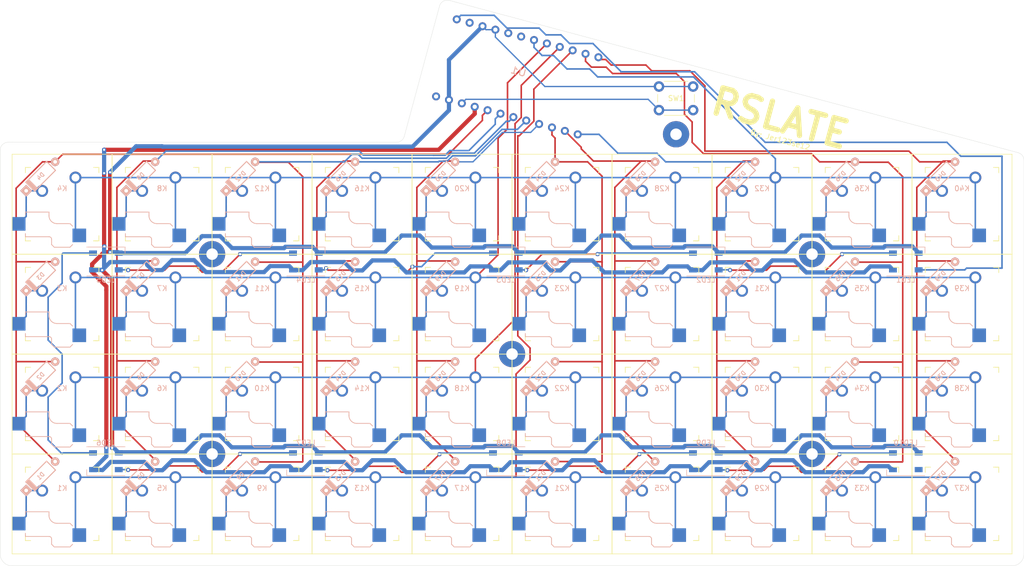
<source format=kicad_pcb>
(kicad_pcb (version 20211014) (generator pcbnew)
  (layers (0 "F.Cu" signal) (31 "B.Cu" signal) (34 "B.Paste" user) (35 "F.Paste" user) (36 "B.SilkS" user "B.Silkscreen") (37 "F.SilkS" user "F.Silkscreen") (38 "B.Mask" user) (39 "F.Mask" user) (44 "Edge.Cuts" user))
  (net 0 "")
  (net 1 "COL1")
  (net 2 "Net-(D1-Pad1)")
  (net 3 "COL2")
  (net 4 "COL3")
  (net 5 "COL4")
  (net 6 "COL5")
  (net 7 "COL6")
  (net 8 "COL7")
  (net 9 "COL8")
  (net 10 "COL9")
  (net 11 "COL10")
  (net 12 "ROW1")
  (net 13 "ROW2")
  (net 14 "ROW3")
  (net 15 "ROW4")
  (net 16 "LED")
  (net 20 "Net-(SW1-Pad1)")
  (net 22 "Net-(LED1-Pad4)")
  (net 23 "Net-(LED2-Pad4)")
  (net 24 "Net-(LED3-Pad4)")
  (net 25 "Net-(LED4-Pad4)")
  (net 26 "Net-(LED5-Pad4)")
  (net 27 "Net-(LED6-Pad4)")
  (net 28 "Net-(LED7-Pad4)")
  (net 29 "Net-(LED8-Pad4)")
  (net 30 "Net-(LED10-Pad2)")
  (net 32 "VDD")
  (net 33 "GND")
  (net 34 "Net-(D2-Pad1)")
  (net 35 "Net-(D3-Pad1)")
  (net 36 "Net-(D4-Pad1)")
  (net 37 "Net-(D5-Pad1)")
  (net 38 "Net-(D6-Pad1)")
  (net 39 "Net-(D7-Pad1)")
  (net 40 "Net-(D8-Pad1)")
  (net 41 "Net-(D9-Pad1)")
  (net 42 "Net-(D10-Pad1)")
  (net 43 "Net-(D11-Pad1)")
  (net 44 "Net-(D12-Pad1)")
  (net 45 "Net-(D13-Pad1)")
  (net 46 "Net-(D14-Pad1)")
  (net 47 "Net-(D15-Pad1)")
  (net 48 "Net-(D16-Pad1)")
  (net 49 "Net-(D17-Pad1)")
  (net 50 "Net-(D18-Pad1)")
  (net 51 "Net-(D19-Pad1)")
  (net 52 "Net-(D20-Pad1)")
  (net 53 "Net-(D21-Pad1)")
  (net 54 "Net-(D22-Pad1)")
  (net 55 "Net-(D23-Pad1)")
  (net 56 "Net-(D24-Pad1)")
  (net 57 "Net-(D25-Pad1)")
  (net 58 "Net-(D26-Pad1)")
  (net 59 "Net-(D27-Pad1)")
  (net 60 "Net-(D28-Pad1)")
  (net 61 "Net-(D29-Pad1)")
  (net 62 "Net-(D30-Pad1)")
  (net 63 "Net-(D31-Pad1)")
  (net 64 "Net-(D32-Pad1)")
  (net 65 "Net-(D33-Pad1)")
  (net 66 "Net-(D34-Pad1)")
  (net 67 "Net-(D35-Pad1)")
  (net 68 "Net-(D36-Pad1)")
  (net 69 "Net-(D37-Pad1)")
  (net 70 "Net-(D38-Pad1)")
  (net 71 "Net-(D39-Pad1)")
  (net 72 "Net-(D40-Pad1)")
  (footprint "better switch:Kailh_socket_PG1350" (layer "F.Cu") (at 223.647 145.161)
    (fp_text reference "K33")
    (fp_text value "KEYSW" hide)
  )
  (footprint "better switch:Kailh_socket_PG1350" (layer "F.Cu") (at 223.647001 107.061)
    (fp_text reference "K35")
    (fp_text value "KEYSW" hide)
  )
  (footprint "better switch:Kailh_socket_PG1350" (layer "F.Cu") (at 147.447 107.061)
    (fp_text reference "K19")
    (fp_text value "KEYSW" hide)
  )
  (footprint "better switch:Kailh_socket_PG1350" (layer "F.Cu") (at 242.697 145.161)
    (fp_text reference "K37")
    (fp_text value "KEYSW" hide)
  )
  (footprint "better switch:Kailh_socket_PG1350" (layer "F.Cu") (at 128.397 88.011)
    (fp_text reference "K16")
    (fp_text value "KEYSW" hide)
  )
  (footprint "better switch:Kailh_socket_PG1350" (layer "F.Cu") (at 128.397 126.111)
    (fp_text reference "K14")
    (fp_text value "KEYSW" hide)
  )
  (footprint "lumberjack:MountingHole_M2" (layer "F.Cu") (at 188.214 74.676)
    (fp_text reference "H1" hide)
    (fp_text value "M2")
  )
  (footprint "better switch:Kailh_socket_PG1350" (layer "F.Cu") (at 128.397 145.161)
    (fp_text reference "K13")
    (fp_text value "KEYSW" hide)
  )
  (footprint "better switch:Kailh_socket_PG1350" (layer "F.Cu") (at 185.547 88.011)
    (fp_text reference "K28")
    (fp_text value "KEYSW" hide)
  )
  (footprint "better switch:Kailh_socket_PG1350" (layer "F.Cu") (at 185.547 107.061)
    (fp_text reference "K27")
    (fp_text value "KEYSW" hide)
  )
  (footprint "better switch:Kailh_socket_PG1350" (layer "F.Cu") (at 204.597 88.011)
    (fp_text reference "K32")
    (fp_text value "KEYSW" hide)
  )
  (footprint "better switch:Kailh_socket_PG1350" (layer "F.Cu") (at 147.447 126.111)
    (fp_text reference "K18")
    (fp_text value "KEYSW" hide)
  )
  (footprint "better switch:Kailh_socket_PG1350" (layer "F.Cu") (at 109.347001 107.061)
    (fp_text reference "K11")
    (fp_text value "KEYSW" hide)
  )
  (footprint "better switch:Kailh_socket_PG1350" (layer "F.Cu") (at 242.697 126.111)
    (fp_text reference "K38")
    (fp_text value "KEYSW" hide)
  )
  (footprint "better switch:Kailh_socket_PG1350" (layer "F.Cu") (at 90.297 126.111001)
    (fp_text reference "K6")
    (fp_text value "KEYSW" hide)
  )
  (footprint "better switch:Kailh_socket_PG1350" (layer "F.Cu") (at 109.347 145.161)
    (fp_text reference "K9")
    (fp_text value "KEYSW" hide)
  )
  (footprint "better switch:Kailh_socket_PG1350" (layer "F.Cu") (at 109.347 88.011)
    (fp_text reference "K12")
    (fp_text value "KEYSW" hide)
  )
  (footprint "better switch:Kailh_socket_PG1350" (layer "F.Cu") (at 90.297 145.161)
    (fp_text reference "K5")
    (fp_text value "KEYSW" hide)
  )
  (footprint "lumberjack:MountingHole_M2" (layer "F.Cu") (at 214.122 97.536)
    (fp_text reference "H1" hide)
    (fp_text value "M2")
  )
  (footprint "better switch:Kailh_socket_PG1350" (layer "F.Cu") (at 242.697 88.011)
    (fp_text reference "K40")
    (fp_text value "KEYSW" hide)
  )
  (footprint "better switch:Kailh_socket_PG1350" (layer "F.Cu") (at 166.497 126.111)
    (fp_text reference "K22")
    (fp_text value "KEYSW" hide)
  )
  (footprint "better switch:Kailh_socket_PG1350" (layer "F.Cu") (at 147.447 88.011)
    (fp_text reference "K20")
    (fp_text value "KEYSW" hide)
  )
  (footprint "better switch:Kailh_socket_PG1350" (layer "F.Cu") (at 147.447 145.161)
    (fp_text reference "K17")
    (fp_text value "KEYSW" hide)
  )
  (footprint "better switch:Kailh_socket_PG1350" (layer "F.Cu") (at 90.296999 107.061)
    (fp_text reference "K7")
    (fp_text value "KEYSW" hide)
  )
  (footprint "lumberjack:MountingHole_M2" (layer "F.Cu") (at 214.122 135.636)
    (fp_text reference "H1" hide)
    (fp_text value "M2")
  )
  (footprint "better switch:Kailh_socket_PG1350" (layer "F.Cu") (at 166.497 145.161)
    (fp_text reference "K21")
    (fp_text value "KEYSW" hide)
  )
  (footprint "better switch:Kailh_socket_PG1350" (layer "F.Cu") (at 185.547 145.161)
    (fp_text reference "K25")
    (fp_text value "KEYSW" hide)
  )
  (footprint "better switch:Kailh_socket_PG1350" (layer "F.Cu") (at 128.397 107.061)
    (fp_text reference "K15")
    (fp_text value "KEYSW" hide)
  )
  (footprint "better switch:Kailh_socket_PG1350" (layer "F.Cu") (at 90.297 88.011)
    (fp_text reference "K8")
    (fp_text value "KEYSW" hide)
  )
  (footprint "better switch:Kailh_socket_PG1350" (layer "F.Cu") (at 204.597 145.161)
    (fp_text reference "K29")
    (fp_text value "KEYSW" hide)
  )
  (footprint "better switch:Kailh_socket_PG1350" (layer "F.Cu") (at 242.697 107.061)
    (fp_text reference "K39")
    (fp_text value "KEYSW" hide)
  )
  (footprint "better switch:Kailh_socket_PG1350" (layer "F.Cu") (at 166.497 107.061)
    (fp_text reference "K23")
    (fp_text value "KEYSW" hide)
  )
  (footprint "better switch:Kailh_socket_PG1350" (layer "F.Cu") (at 166.497 88.011)
    (fp_text reference "K24")
    (fp_text value "KEYSW" hide)
  )
  (footprint "better switch:Kailh_socket_PG1350" (layer "F.Cu") (at 204.597 126.111001)
    (fp_text reference "K30")
    (fp_text value "KEYSW" hide)
  )
  (footprint "better switch:Kailh_socket_PG1350" (layer "F.Cu") (at 109.347 126.111001)
    (fp_text reference "K10")
    (fp_text value "KEYSW" hide)
  )
  (footprint "better switch:Kailh_socket_PG1350" (layer "F.Cu") (at 223.647 126.111001)
    (fp_text reference "K34")
    (fp_text value "KEYSW" hide)
  )
  (footprint "lumberjack:MountingHole_M2" (layer "F.Cu") (at 156.972 116.586)
    (fp_text reference "H1" hide)
    (fp_text value "M2")
  )
  (footprint "better switch:Kailh_socket_PG1350" (layer "F.Cu") (at 71.247 145.161)
    (fp_text reference "K1")
    (fp_text value "KEYSW" hide)
  )
  (footprint "better switch:Kailh_socket_PG1350" (layer "F.Cu") (at 223.647 88.011)
    (fp_text reference "K36")
    (fp_text value "KEYSW" hide)
  )
  (footprint "better switch:Kailh_socket_PG1350" (layer "F.Cu") (at 71.247 88.011)
    (fp_text reference "K4")
    (fp_text value "KEYSW" hide)
  )
  (footprint "better switch:Kailh_socket_PG1350" (layer "F.Cu") (at 204.596999 107.061)
    (fp_text reference "K31")
    (fp_text value "KEYSW" hide)
  )
  (footprint "lumberjack:MountingHole_M2" (layer "F.Cu") (at 99.822 97.536)
    (fp_text reference "H1" hide)
    (fp_text value "M2")
  )
  (footprint "better switch:Kailh_socket_PG1350" (layer "F.Cu") (at 185.547 126.111)
    (fp_text reference "K26")
    (fp_text value "KEYSW" hide)
  )
  (footprint "better switch:Kailh_socket_PG1350" (layer "F.Cu") (at 71.247 126.111)
    (fp_text reference "K2")
    (fp_text value "KEYSW" hide)
  )
  (footprint "better switch:Kailh_socket_PG1350" (layer "F.Cu") (at 71.247 107.061)
    (fp_text reference "K3")
    (fp_text value "KEYSW" hide)
  )
  (footprint "switches:SW_PUSH_6mm" (layer "F.Cu") (at 191.464 70.068 180)
    (fp_text reference "SW1")
    (fp_text value "SW_PUSH")
  )
  (footprint "lumberjack:MountingHole_M2" (layer "F.Cu") (at 99.822 135.636)
    (fp_text reference "H1" hide)
    (fp_text value "M2")
  )
  (footprint "misc:D_axial" (layer "B.Cu") (at 162.407 101.741 45)
    (fp_text reference "D23")
    (fp_text value "D" hide)
  )
  (footprint "led:LED_SK6812_PLCC4_5.0x5.0mm_P3.2mm" (layer "B.Cu") (at 117.687 98.931)
    (fp_text reference "LED4")
    (fp_text value "choc_SK6812MINI-E" hide)
  )
  (footprint "led:LED_SK6812_PLCC4_5.0x5.0mm_P3.2mm" (layer "B.Cu") (at 117.687 137.021 180)
    (fp_text reference "LED7")
    (fp_text value "choc_SK6812MINI-E" hide)
  )
  (footprint "misc:D_axial" (layer "B.Cu") (at 238.607 82.690999 45)
    (fp_text reference "D40")
    (fp_text value "D" hide)
  )
  (footprint "misc:D_axial" (layer "B.Cu") (at 200.507 120.790999 45)
    (fp_text reference "D30")
    (fp_text value "D" hide)
  )
  (footprint "misc:D_axial" (layer "B.Cu") (at 67.157 120.790999 45)
    (fp_text reference "D2")
    (fp_text value "D" hide)
  )
  (footprint "misc:D_axial" (layer "B.Cu") (at 162.406999 82.690999 45)
    (fp_text reference "D24")
    (fp_text value "D" hide)
  )
  (footprint "misc:D_axial" (layer "B.Cu") (at 67.157 101.741 45)
    (fp_text reference "D3")
    (fp_text value "D" hide)
  )
  (footprint "misc:D_axial" (layer "B.Cu") (at 219.557 101.740999 45)
    (fp_text reference "D35")
    (fp_text value "D" hide)
  )
  (footprint "misc:D_axial" (layer "B.Cu") (at 143.357 101.740999 45)
    (fp_text reference "D19")
    (fp_text value "D" hide)
  )
  (footprint "misc:D_axial" (layer "B.Cu") (at 238.607 101.740999 45)
    (fp_text reference "D39")
    (fp_text value "D" hide)
  )
  (footprint "misc:D_axial" (layer "B.Cu") (at 124.307 120.790999 45)
    (fp_text reference "D14")
    (fp_text value "D" hide)
  )
  (footprint "misc:D_axial" (layer "B.Cu") (at 86.207001 82.690999 45)
    (fp_text reference "D8")
    (fp_text value "D" hide)
  )
  (footprint "misc:D_axial" (layer "B.Cu") (at 181.457 101.741 45)
    (fp_text reference "D27")
    (fp_text value "D" hide)
  )
  (footprint "led:LED_SK6812_PLCC4_5.0x5.0mm_P3.2mm" (layer "B.Cu") (at 155.787 98.931)
    (fp_text reference "LED3")
    (fp_text value "choc_SK6812MINI-E" hide)
  )
  (footprint "misc:D_axial" (layer "B.Cu") (at 124.307 82.690999 45)
    (fp_text reference "D16")
    (fp_text value "D" hide)
  )
  (footprint "led:LED_SK6812_PLCC4_5.0x5.0mm_P3.2mm" (layer "B.Cu") (at 231.987 137.021 180)
    (fp_text reference "LED10")
    (fp_text value "choc_SK6812MINI-E" hide)
  )
  (footprint "misc:D_axial" (layer "B.Cu") (at 105.257 82.690999 45)
    (fp_text reference "D12")
    (fp_text value "D" hide)
  )
  (footprint "led:LED_SK6812_PLCC4_5.0x5.0mm_P3.2mm" (layer "B.Cu") (at 193.887 98.931)
    (fp_text reference "LED2")
    (fp_text value "choc_SK6812MINI-E" hide)
  )
  (footprint "misc:D_axial" (layer "B.Cu") (at 105.257 101.740999 45)
    (fp_text reference "D11")
    (fp_text value "D" hide)
  )
  (footprint "misc:D_axial" (layer "B.Cu") (at 124.307 101.740999 45)
    (fp_text reference "D15")
    (fp_text value "D" hide)
  )
  (footprint "misc:D_axial" (layer "B.Cu") (at 238.607 139.841 45)
    (fp_text reference "D37")
    (fp_text value "D" hide)
  )
  (footprint "misc:D_axial" (layer "B.Cu") (at 86.207 101.741 45)
    (fp_text reference "D7")
    (fp_text value "D" hide)
  )
  (footprint "misc:D_axial" (layer "B.Cu") (at 219.556999 120.790999 45)
    (fp_text reference "D34")
    (fp_text value "D" hide)
  )
  (footprint "misc:D_axial" (layer "B.Cu") (at 200.507 101.741 45)
    (fp_text reference "D31")
    (fp_text value "D" hide)
  )
  (footprint "misc:D_axial" (layer "B.Cu") (at 124.307 139.841 45)
    (fp_text reference "D13")
    (fp_text value "D" hide)
  )
  (footprint "misc:D_axial" (layer "B.Cu") (at 200.507 139.840999 45)
    (fp_text reference "D29")
    (fp_text value "D" hide)
  )
  (footprint "misc:D_axial" (layer "B.Cu") (at 86.207 120.790999 45)
    (fp_text reference "D6")
    (fp_text value "D" hide)
  )
  (footprint "misc:D_axial" (layer "B.Cu") (at 162.407 120.790999 45)
    (fp_text reference "D22")
    (fp_text value "D" hide)
  )
  (footprint "misc:D_axial" (layer "B.Cu") (at 105.257 139.840999 45)
    (fp_text reference "D9")
    (fp_text value "D" hide)
  )
  (footprint "led:LED_SK6812_PLCC4_5.0x5.0mm_P3.2mm" (layer "B.Cu") (at 231.987 98.931)
    (fp_text reference "LED1")
    (fp_text value "choc_SK6812MINI-E" hide)
  )
  (footprint "misc:D_axial" (layer "B.Cu") (at 238.607 120.790999 45)
    (fp_text reference "D38")
    (fp_text value "D" hide)
  )
  (footprint "misc:D_axial" (layer "B.Cu") (at 219.557 82.690999 45)
    (fp_text reference "D36")
    (fp_text value "D" hide)
  )
  (footprint "misc:D_axial" (layer "B.Cu") (at 162.407 139.840999 45)
    (fp_text reference "D21")
    (fp_text value "D" hide)
  )
  (footprint "misc:D_axial" (layer "B.Cu") (at 143.357 120.790999 45)
    (fp_text reference "D18")
    (fp_text value "D" hide)
  )
  (footprint "misc:D_axial" (layer "B.Cu") (at 219.556999 139.840999 45)
    (fp_text reference "D33")
    (fp_text value "D" hide)
  )
  (footprint "misc:D_axial" (layer "B.Cu") (at 105.257 120.790999 45)
    (fp_text reference "D10")
    (fp_text value "D" hide)
  )
  (footprint "misc:D_axial" (layer "B.Cu") (at 181.457 139.840999 45)
    (fp_text reference "D25")
    (fp_text value "D" hide)
  )
  (footprint "misc:D_axial" (layer "B.Cu") (at 143.357 82.690999 45)
    (fp_text reference "D20")
    (fp_text value "D" hide)
  )
  (footprint "misc:D_axial" (layer "B.Cu") (at 181.457 120.790999 45)
    (fp_text reference "D26")
    (fp_text value "D" hide)
  )
  (footprint "led:LED_SK6812_PLCC4_5.0x5.0mm_P3.2mm" (layer "B.Cu") (at 193.887 137.021 180)
    (fp_text reference "LED9")
    (fp_text value "choc_SK6812MINI-E" hide)
  )
  (footprint "misc:D_axial" (layer "B.Cu") (at 181.457 82.691 45)
    (fp_text reference "D28")
    (fp_text value "D" hide)
  )
  (footprint "led:LED_SK6812_PLCC4_5.0x5.0mm_P3.2mm" (layer "B.Cu") (at 155.787 137.021 180)
    (fp_text reference "LED8")
    (fp_text value "choc_SK6812MINI-E" hide)
  )
  (footprint "misc:D_axial" (layer "B.Cu") (at 67.157 139.840999 45)
    (fp_text reference "D1")
    (fp_text value "D" hide)
  )
  (footprint "misc:D_axial" (layer "B.Cu") (at 200.507 82.690999 45)
    (fp_text reference "D32")
    (fp_text value "D" hide)
  )
  (footprint "misc:D_axial" (layer "B.Cu") (at 143.357 139.840999 45)
    (fp_text reference "D17")
    (fp_text value "D" hide)
  )
  (footprint "misc:D_axial" (layer "B.Cu") (at 67.156999 82.690999 45)
    (fp_text reference "D4")
    (fp_text value "D" hide)
  )
  (footprint "misc:D_axial" (layer "B.Cu") (at 86.207 139.840999 45)
    (fp_text reference "D5")
    (fp_text value "D" hide)
  )
  (footprint "led:LED_SK6812_PLCC4_5.0x5.0mm_P3.2mm" (layer "B.Cu") (at 79.587 98.931)
    (fp_text reference "LED5")
    (fp_text value "choc_SK6812MINI-E" hide)
  )
  (footprint "aterus:ARDUINO_PRO_MICRO" (layer "B.Cu") (at 157.774734 64.29784 -15)
    (fp_text reference "U1")
    (fp_text value "ProMicro" hide)
  )
  (footprint "led:LED_SK6812_PLCC4_5.0x5.0mm_P3.2mm" (layer "B.Cu") (at 79.587 137.021 180)
    (fp_text reference "LED6")
    (fp_text value "choc_SK6812MINI-E" hide)
  )
  (gr_line (start 59.436 154.686) (end 59.436 78.486) (layer "Edge.Cuts") (width 0.05))
  (gr_arc (start 61.722 156.972) (mid 60.105554 156.302446) (end 59.436 154.686) (layer "Edge.Cuts") (width 0.05))
  (gr_line (start 134.96225 76.2) (end 131.1783 76.2) (layer "Edge.Cuts") (width 0.05))
  (gr_arc (start 136.434319 75.070441) (mid 135.89 75.885068) (end 134.96225 76.2) (layer "Edge.Cuts") (width 0.05))
  (gr_arc (start 59.436 77.724) (mid 59.882369 76.646369) (end 60.96 76.2) (layer "Edge.Cuts") (width 0.05))
  (gr_line (start 61.722 76.2) (end 131.1783 76.2) (layer "Edge.Cuts") (width 0.05))
  (gr_line (start 61.722 76.2) (end 60.96 76.2) (layer "Edge.Cuts") (width 0.05))
  (gr_line (start 252.222 156.972) (end 61.722 156.972) (layer "Edge.Cuts") (width 0.05))
  (gr_arc (start 253.36535 78.179844) (mid 254.192541 78.726891) (end 254.507999 79.6671) (layer "Edge.Cuts") (width 0.05))
  (gr_arc (start 254.508 154.686) (mid 253.838446 156.302446) (end 252.222 156.972) (layer "Edge.Cuts") (width 0.05))
  (gr_line (start 59.436 77.724) (end 59.436 78.486) (layer "Edge.Cuts") (width 0.05))
  (gr_line (start 145.016441 49.147744) (end 151.73847 50.953142) (layer "Edge.Cuts") (width 0.05))
  (gr_arc (start 143.149931 50.225373) (mid 143.86 49.3) (end 145.016441 49.147744) (layer "Edge.Cuts") (width 0.05))
  (gr_line (start 254.507999 79.6671) (end 254.508 154.686) (layer "Edge.Cuts") (width 0.05))
  (gr_line (start 151.73847 50.953142) (end 253.36535 78.179844) (layer "Edge.Cuts") (width 0.05))
  (gr_line (start 143.149931 50.225373) (end 136.434319 75.070441) (layer "Edge.Cuts") (width 0.05))
  (gr_text "RSLATE" (at 208.0641 71.5899 345) (layer "F.SilkS") (effects (font (size 5 5) (thickness 1))))
  (gr_text "By: Jer123se12" (at 208.0641 75.7428 345) (layer "F.SilkS") (effects (font (size 1 1))))
  (segment (start 62.484 99.06) (end 62.484 118.11) (width 0.3) (layer "F.Cu") (net 1))
  (segment (start 69.914715 79.933283) (end 71.361998 78.486) (width 0.3) (layer "F.Cu") (net 1))
  (segment (start 62.484 84.963) (end 62.484 99.06) (width 0.3) (layer "F.Cu") (net 1))
  (segment (start 67.513717 79.933283) (end 62.484 84.963) (width 0.3) (layer "F.Cu") (net 1))
  (segment (start 69.914716 98.983284) (end 62.560716 98.983284) (width 0.3) (layer "F.Cu") (net 1))
  (segment (start 69.914716 118.033283) (end 62.560717 118.033283) (width 0.3) (layer "F.Cu") (net 1))
  (segment (start 69.914715 79.933283) (end 67.513717 79.933283) (width 0.3) (layer "F.Cu") (net 1))
  (segment (start 62.484 118.11) (end 62.484 129.652567) (width 0.3) (layer "F.Cu") (net 1))
  (segment (start 62.560717 118.033283) (end 62.484 118.11) (width 0.3) (layer "F.Cu") (net 1))
  (segment (start 71.361998 78.486) (end 144.856 78.486) (width 0.3) (layer "F.Cu") (net 1))
  (segment (start 62.560716 98.983284) (end 62.484 99.06) (width 0.3) (layer "F.Cu") (net 1))
  (segment (start 151.319621 71.078585) (end 152.309817 70.088389) (width 0.3) (layer "F.Cu") (net 1))
  (segment (start 144.86 78.49) (end 151.319621 72.030379) (width 0.3) (layer "F.Cu") (net 1))
  (segment (start 62.484 129.652567) (end 69.914716 137.083283) (width 0.3) (layer "F.Cu") (net 1))
  (segment (start 151.319621 72.030379) (end 151.319621 71.078585) (width 0.3) (layer "F.Cu") (net 1))
  (segment (start 144.856 78.486) (end 144.86 78.49) (width 0.3) (layer "F.Cu") (net 1))
  (segment (start 64.399284 142.598716) (end 64.399284 147.483716) (width 0.3) (layer "B.Cu") (net 2))
  (segment (start 64.399284 142.598716) (end 67.414716 142.598718) (width 0.3) (layer "B.Cu") (net 2))
  (segment (start 64.399284 147.483716) (end 62.972 148.911) (width 0.3) (layer "B.Cu") (net 2))
  (segment (start 86.715858 79.781141) (end 81.686141 84.810858) (width 0.3) (layer "F.Cu") (net 3))
  (segment (start 81.686141 117.957858) (end 81.686141 129.500425) (width 0.3) (layer "F.Cu") (net 3))
  (segment (start 89.116857 117.881141) (end 81.762858 117.881141) (width 0.3) (layer "F.Cu") (net 3))
  (segment (start 81.762857 98.831142) (end 81.686141 98.907858) (width 0.3) (layer "F.Cu") (net 3))
  (segment (start 81.686141 98.907858) (end 81.686141 117.957858) (width 0.3) (layer "F.Cu") (net 3))
  (segment (start 81.686141 84.810858) (end 81.686141 98.907858) (width 0.3) (layer "F.Cu") (net 3))
  (segment (start 81.686141 129.500425) (end 89.116857 136.931141) (width 0.3) (layer "F.Cu") (net 3))
  (segment (start 89.116856 79.781141) (end 86.715858 79.781141) (width 0.3) (layer "F.Cu") (net 3))
  (segment (start 81.762858 117.881141) (end 81.686141 117.957858) (width 0.3) (layer "F.Cu") (net 3))
  (segment (start 89.116857 98.831142) (end 81.762857 98.831142) (width 0.3) (layer "F.Cu") (net 3))
  (segment (start 153.773073 71.735986) (end 154.763269 70.74579) (width 0.3) (layer "B.Cu") (net 3))
  (segment (start 91.012 77.886) (end 127.883528 77.886) (width 0.3) (layer "B.Cu") (net 3))
  (segment (start 88.964717 79.933283) (end 91.012 77.886) (width 0.3) (layer "B.Cu") (net 3))
  (segment (start 144.2085 78.6765) (end 145.101717 77.783283) (width 0.3) (layer "B.Cu") (net 3))
  (segment (start 141.951 78.648) (end 141.9795 78.6765) (width 0.3) (layer "B.Cu") (net 3))
  (segment (start 141.9795 78.6765) (end 144.2085 78.6765) (width 0.3) (layer "B.Cu") (net 3))
  (segment (start 148.746717 77.783283) (end 153.773073 72.756927) (width 0.3) (layer "B.Cu") (net 3))
  (segment (start 128.645528 78.648) (end 141.951 78.648) (width 0.3) (layer "B.Cu") (net 3))
  (segment (start 127.883528 77.886) (end 128.645528 78.648) (width 0.3) (layer "B.Cu") (net 3))
  (segment (start 153.773073 72.756927) (end 153.773073 71.735986) (width 0.3) (layer "B.Cu") (net 3))
  (segment (start 145.101717 77.783283) (end 148.746717 77.783283) (width 0.3) (layer "B.Cu") (net 3))
  (segment (start 117.100001 99.136717) (end 117.100001 118.186717) (width 0.3) (layer "F.Cu") (net 4))
  (segment (start 117.023284 137.16) (end 108.147717 137.16) (width 0.3) (layer "F.Cu") (net 4))
  (segment (start 117.100001 118.186717) (end 117.100001 137.083283) (width 0.3) (layer "F.Cu") (net 4))
  (segment (start 108.147717 118.11) (end 117.023284 118.11) (width 0.3) (layer "F.Cu") (net 4))
  (segment (start 117.100001 82.753717) (end 117.100001 99.136717) (width 0.3) (layer "F.Cu") (net 4))
  (segment (start 108.147717 99.060001) (end 117.023285 99.060001) (width 0.3) (layer "F.Cu") (net 4))
  (segment (start 117.100001 137.083283) (end 117.023284 137.16) (width 0.3) (layer "F.Cu") (net 4))
  (segment (start 117.023284 118.11) (end 117.100001 118.186717) (width 0.3) (layer "F.Cu") (net 4))
  (segment (start 114.356284 80.01) (end 117.100001 82.753717) (width 0.3) (layer "F.Cu") (net 4))
  (segment (start 108.147716 80.01) (end 114.356284 80.01) (width 0.3) (layer "F.Cu") (net 4))
  (segment (start 117.023285 99.060001) (end 117.100001 99.136717) (width 0.3) (layer "F.Cu") (net 4))
  (segment (start 128.397 79.248) (end 144.466547 79.248) (width 0.3) (layer "B.Cu") (net 4))
  (segment (start 144.466547 79.248) (end 145.431264 78.283283) (width 0.3) (layer "B.Cu") (net 4))
  (segment (start 155.8671 72.1995) (end 156.42041 72.1995) (width 0.3) (layer "B.Cu") (net 4))
  (segment (start 156.42041 72.1995) (end 157.21672 71.40319) (width 0.3) (layer "B.Cu") (net 4))
  (segment (start 125.044717 79.933283) (end 126.492 78.486) (width 0.3) (layer "B.Cu") (net 4))
  (segment (start 149.792697 78.273903) (end 155.8671 72.1995) (width 0.3) (layer "B.Cu") (net 4))
  (segment (start 149.792697 78.283283) (end 149.792697 78.273903) (width 0.3) (layer "B.Cu") (net 4))
  (segment (start 145.431264 78.283283) (end 149.792697 78.283283) (width 0.3) (layer "B.Cu") (net 4))
  (segment (start 126.492 78.486) (end 127.635 78.486) (width 0.3) (layer "B.Cu") (net 4))
  (segment (start 127.635 78.486) (end 128.397 79.248) (width 0.3) (layer "B.Cu") (net 4))
  (segment (start 108.014716 79.933283) (end 125.044717 79.933283) (width 0.3) (layer "B.Cu") (net 4))
  (segment (start 119.786141 98.907858) (end 119.786141 117.957858) (width 0.3) (layer "F.Cu") (net 5))
  (segment (start 124.815858 79.781141) (end 119.786141 84.810858) (width 0.3) (layer "F.Cu") (net 5))
  (segment (start 119.862858 117.881141) (end 119.786141 117.957858) (width 0.3) (layer "F.Cu") (net 5))
  (segment (start 127.216857 117.881141) (end 119.862858 117.881141) (width 0.3) (layer "F.Cu") (net 5))
  (segment (start 127.216856 79.781141) (end 124.815858 79.781141) (width 0.3) (layer "F.Cu") (net 5))
  (segment (start 119.786141 84.810858) (end 119.786141 98.907858) (width 0.3) (layer "F.Cu") (net 5))
  (segment (start 119.786141 129.500425) (end 127.216857 136.931141) (width 0.3) (layer "F.Cu") (net 5))
  (segment (start 127.216857 98.831142) (end 119.862857 98.831142) (width 0.3) (layer "F.Cu") (net 5))
  (segment (start 119.786141 117.957858) (end 119.786141 129.500425) (width 0.3) (layer "F.Cu") (net 5))
  (segment (start 119.862857 98.831142) (end 119.786141 98.907858) (width 0.3) (layer "F.Cu") (net 5))
  (segment (start 127.064716 79.933283) (end 142.951717 79.933283) (width 0.3) (layer "B.Cu") (net 5))
  (segment (start 145.63837 78.783283) (end 149.999803 78.783283) (width 0.3) (layer "B.Cu") (net 5))
  (segment (start 142.951717 79.933283) (end 143.0655 79.8195) (width 0.3) (layer "B.Cu") (net 5))
  (segment (start 155.033086 73.75) (end 157.980764 73.75) (width 0.3) (layer "B.Cu") (net 5))
  (segment (start 144.602153 79.8195) (end 145.63837 78.783283) (width 0.3) (layer "B.Cu") (net 5))
  (segment (start 143.0655 79.8195) (end 144.602153 79.8195) (width 0.3) (layer "B.Cu") (net 5))
  (segment (start 149.999803 78.783283) (end 155.033086 73.75) (width 0.3) (layer "B.Cu") (net 5))
  (segment (start 157.980764 73.75) (end 159.670173 72.060591) (width 0.3) (layer "B.Cu") (net 5))
  (segment (start 146.266856 79.781141) (end 143.865858 79.781141) (width 0.3) (layer "F.Cu") (net 6))
  (segment (start 138.836141 129.500425) (end 146.266857 136.931141) (width 0.3) (layer "F.Cu") (net 6))
  (segment (start 146.266857 117.881141) (end 138.912858 117.881141) (width 0.3) (layer "F.Cu") (net 6))
  (segment (start 138.836141 84.810858) (end 138.836141 98.907858) (width 0.3) (layer "F.Cu") (net 6))
  (segment (start 138.836141 117.957858) (end 138.836141 129.500425) (width 0.3) (layer "F.Cu") (net 6))
  (segment (start 138.836141 98.907858) (end 138.836141 117.957858) (width 0.3) (layer "F.Cu") (net 6))
  (segment (start 146.266857 98.831142) (end 138.912857 98.831142) (width 0.3) (layer "F.Cu") (net 6))
  (segment (start 138.912857 98.831142) (end 138.836141 98.907858) (width 0.3) (layer "F.Cu") (net 6))
  (segment (start 143.865858 79.781141) (end 138.836141 84.810858) (width 0.3) (layer "F.Cu") (net 6))
  (segment (start 138.912858 117.881141) (end 138.836141 117.957858) (width 0.3) (layer "F.Cu") (net 6))
  (segment (start 146.114716 79.933283) (end 149.521555 79.933283) (width 0.25) (layer "B.Cu") (net 6))
  (segment (start 155.134838 74.32) (end 160.521613 74.32) (width 0.25) (layer "B.Cu") (net 6))
  (segment (start 149.521555 79.933283) (end 155.134838 74.32) (width 0.25) (layer "B.Cu") (net 6))
  (segment (start 160.521613 74.32) (end 162.123622 72.717991) (width 0.25) (layer "B.Cu") (net 6))
  (segment (start 165.164715 79.933283) (end 171.373283 79.933283) (width 0.3) (layer "F.Cu") (net 7))
  (segment (start 174.117 118.11) (end 174.117 137.006566) (width 0.3) (layer "F.Cu") (net 7))
  (segment (start 174.117 99.06) (end 174.117 118.11) (width 0.3) (layer "F.Cu") (net 7))
  (segment (start 165.164716 118.033283) (end 174.040283 118.033283) (width 0.3) (layer "F.Cu") (net 7))
  (segment (start 165.164716 98.983284) (end 174.040284 98.983284) (width 0.3) (layer "F.Cu") (net 7))
  (segment (start 174.117 137.006566) (end 174.040283 137.083283) (width 0.3) (layer "F.Cu") (net 7))
  (segment (start 174.040283 118.033283) (end 174.117 118.11) (width 0.3) (layer "F.Cu") (net 7))
  (segment (start 174.117 82.677) (end 174.117 99.06) (width 0.3) (layer "F.Cu") (net 7))
  (segment (start 174.040283 137.083283) (end 165.164716 137.083283) (width 0.3) (layer "F.Cu") (net 7))
  (segment (start 165.164715 79.933283) (end 165.164715 75.399492) (width 0.3) (layer "F.Cu") (net 7))
  (segment (start 165.164715 75.399492) (end 164.577075 74.811852) (width 0.3) (layer "F.Cu") (net 7))
  (segment (start 174.040284 98.983284) (end 174.117 99.06) (width 0.3) (layer "F.Cu") (net 7))
  (segment (start 171.373283 79.933283) (end 174.117 82.677) (width 0.3) (layer "F.Cu") (net 7))
  (segment (start 164.577075 74.811852) (end 164.577075 73.37539) (width 0.3) (layer "F.Cu") (net 7))
  (segment (start 183.985857 98.831142) (end 176.631857 98.831142) (width 0.3) (layer "F.Cu") (net 8))
  (segment (start 176.555141 98.907858) (end 176.555141 117.957858) (width 0.3) (layer "F.Cu") (net 8))
  (segment (start 176.631857 98.831142) (end 176.555141 98.907858) (width 0.3) (layer "F.Cu") (net 8))
  (segment (start 176.555141 117.957858) (end 176.555141 129.500425) (width 0.3) (layer "F.Cu") (net 8))
  (segment (start 176.631858 117.881141) (end 176.555141 117.957858) (width 0.3) (layer "F.Cu") (net 8))
  (segment (start 181.584858 79.781141) (end 176.555141 84.810858) (width 0.3) (layer "F.Cu") (net 8))
  (segment (start 183.985856 79.781141) (end 181.584858 79.781141) (width 0.3) (layer "F.Cu") (net 8))
  (segment (start 170.1546 77.4573) (end 170.1546 77.156865) (width 0.3) (layer "F.Cu") (net 8))
  (segment (start 170.1546 77.156865) (end 167.030527 74.032792) (width 0.3) (layer "F.Cu") (net 8))
  (segment (start 181.584858 79.781141) (end 172.478441 79.781141) (width 0.3) (layer "F.Cu") (net 8))
  (segment (start 176.555141 129.500425) (end 183.985857 136.931141) (width 0.3) (layer "F.Cu") (net 8))
  (segment (start 172.478441 79.781141) (end 170.1546 77.4573) (width 0.3) (layer "F.Cu") (net 8))
  (segment (start 183.985857 117.881141) (end 176.631858 117.881141) (width 0.3) (layer "F.Cu") (net 8))
  (segment (start 176.555141 84.810858) (end 176.555141 98.907858) (width 0.3) (layer "F.Cu") (net 8))
  (segment (start 203.416857 117.881141) (end 196.062858 117.881141) (width 0.3) (layer "F.Cu") (net 9))
  (segment (start 196.062857 98.831142) (end 195.986141 98.907858) (width 0.3) (layer "F.Cu") (net 9))
  (segment (start 203.416856 79.781141) (end 201.015858 79.781141) (width 0.3) (layer "F.Cu") (net 9))
  (segment (start 195.986141 84.810858) (end 195.986141 98.907858) (width 0.3) (layer "F.Cu") (net 9))
  (segment (start 195.986141 129.500425) (end 203.416857 136.931141) (width 0.3) (layer "F.Cu") (net 9))
  (segment (start 195.986141 117.957858) (end 195.986141 129.500425) (width 0.3) (layer "F.Cu") (net 9))
  (segment (start 195.986141 98.907858) (end 195.986141 117.957858) (width 0.3) (layer "F.Cu") (net 9))
  (segment (start 203.416857 98.831142) (end 196.062857 98.831142) (width 0.3) (layer "F.Cu") (net 9))
  (segment (start 196.062858 117.881141) (end 195.986141 117.957858) (width 0.3) (layer "F.Cu") (net 9))
  (segment (start 201.015858 79.781141) (end 195.986141 84.810858) (width 0.3) (layer "F.Cu") (net 9))
  (segment (start 173.533917 74.690191) (end 169.483978 74.690191) (width 0.3) (layer "B.Cu") (net 9))
  (segment (start 203.264716 79.933283) (end 186.232283 79.933283) (width 0.3) (layer "B.Cu") (net 9))
  (segment (start 177.139226 78.2955) (end 173.533917 74.690191) (width 0.3) (layer "B.Cu") (net 9))
  (segment (start 186.232283 79.933283) (end 184.5945 78.2955) (width 0.3) (layer "B.Cu") (net 9))
  (segment (start 184.5945 78.2955) (end 177.139226 78.2955) (width 0.3) (layer "B.Cu") (net 9))
  (segment (start 222.447716 80.01) (end 228.656284 80.01) (width 0.3) (layer "F.Cu") (net 10))
  (segment (start 231.400001 137.083283) (end 231.323284 137.16) (width 0.3) (layer "F.Cu") (net 10))
  (segment (start 215.569283 79.933283) (end 214.022 78.386) (width 0.3) (layer "F.Cu") (net 10))
  (segment (start 189.82 70.87) (end 189.82 64.65) (width 0.3) (layer "F.Cu") (net 10))
  (segment (start 191.28 76.21) (end 191.28 72.33) (width 0.3) (layer "F.Cu") (net 10))
  (segment (start 174.9 61.87) (end 172.096386 61.87) (width 0.3) (layer "F.Cu") (net 10))
  (segment (start 231.323285 99.060001) (end 231.400001 99.136717) (width 0.3) (layer "F.Cu") (net 10))
  (segment (start 231.400001 99.136717) (end 231.400001 118.186717) (width 0.3) (layer "F.Cu") (net 10))
  (segment (start 231.400001 118.186717) (end 231.400001 137.083283) (width 0.3) (layer "F.Cu") (net 10))
  (segment (start 231.323284 137.16) (end 222.447717 137.16) (width 0.3) (layer "F.Cu") (net 10))
  (segment (start 231.323284 118.11) (end 231.400001 118.186717) (width 0.3) (layer "F.Cu") (net 10))
  (segment (start 214.022 78.386) (end 193.456 78.386) (width 0.3) (layer "F.Cu") (net 10))
  (segment (start 222.447717 99.060001) (end 231.323285 99.060001) (width 0.3) (layer "F.Cu") (net 10))
  (segment (start 189.82 64.65) (end 188.26 63.09) (width 0.3) (layer "F.Cu") (net 10))
  (segment (start 172.096386 61.87) (end 170.969752 60.743366) (width 0.3) (layer "F.Cu") (net 10))
  (segment (start 228.656284 80.01) (end 231.400001 82.753717) (width 0.3) (layer "F.Cu") (net 10))
  (segment (start 231.400001 82.753717) (end 231.400001 99.136717) (width 0.3) (layer "F.Cu") (net 10))
  (segment (start 170.969752 60.743366) (end 170.969752 59.331401) (width 0.3) (layer "F.Cu") (net 10))
  (segment (start 222.447717 118.11) (end 231.323284 118.11) (width 0.3) (layer "F.Cu") (net 10))
  (segment (start 191.28 72.33) (end 189.82 70.87) (width 0.3) (layer "F.Cu") (net 10))
  (segment (start 222.314716 79.933283) (end 215.569283 79.933283) (width 0.3) (layer "F.Cu") (net 10))
  (segment (start 193.456 78.386) (end 191.28 76.21) (width 0.3) (layer "F.Cu") (net 10))
  (segment (start 176.12 63.09) (end 174.9 61.87) (width 0.3) (layer "F.Cu") (net 10))
  (segment (start 188.26 63.09) (end 176.12 63.09) (width 0.3) (layer "F.Cu") (net 10))
  (segment (start 190.86 62.58) (end 183.58 62.58) (width 0.3) (layer "F.Cu") (net 11))
  (segment (start 183.58 62.58) (end 182.47 61.47) (width 0.3) (layer "F.Cu") (net 11))
  (segment (start 174.805747 60.415747) (end 173.85015 60.415747) (width 0.3) (layer "F.Cu") (net 11))
  (segment (start 234.162858 117.881141) (end 234.086141 117.957858) (width 0.3) (layer "F.Cu") (net 11))
  (segment (start 175.86 61.47) (end 174.805747 60.415747) (width 0.3) (layer "F.Cu") (net 11))
  (segment (start 241.516856 79.781141) (end 239.115858 79.781141) (width 0.3) (layer "F.Cu") (net 11))
  (segment (start 234.162857 98.831142) (end 234.086141 98.907858) (width 0.3) (layer "F.Cu") (net 11))
  (segment (start 234.086141 117.957858) (end 234.086141 129.500425) (width 0.3) (layer "F.Cu") (net 11))
  (segment (start 182.47 61.47) (end 175.86 61.47) (width 0.3) (layer "F.Cu") (net 11))
  (segment (start 234.086141 84.810858) (end 234.086141 98.907858) (width 0.3) (layer "F.Cu") (net 11))
  (segment (start 241.516857 117.881141) (end 234.162858 117.881141) (width 0.3) (layer "F.Cu") (net 11))
  (segment (start 193.71 77.886) (end 193.71 65.43) (width 0.3) (layer "F.Cu") (net 11))
  (segment (start 239.115858 79.781141) (end 234.086141 84.810858) (width 0.3) (layer "F.Cu") (net 11))
  (segment (start 234.619283 79.933283) (end 232.572 77.886) (width 0.3) (layer "F.Cu") (net 11))
  (segment (start 234.086141 129.500425) (end 241.516857 136.931141) (width 0.3) (layer "F.Cu") (net 11))
  (segment (start 232.572 77.886) (end 193.71 77.886) (width 0.3) (layer "F.Cu") (net 11))
  (segment (start 241.516857 98.831142) (end 234.162857 98.831142) (width 0.3) (layer "F.Cu") (net 11))
  (segment (start 234.086141 98.907858) (end 234.086141 117.957858) (width 0.3) (layer "F.Cu") (net 11))
  (segment (start 241.364716 79.933283) (end 234.619283 79.933283) (width 0.3) (layer "F.Cu") (net 11))
  (segment (start 193.71 65.43) (end 190.86 62.58) (width 0.3) (layer "F.Cu") (net 11))
  (segment (start 173.85015 60.415747) (end 173.423204 59.988801) (width 0.3) (layer "F.Cu") (net 11))
  (segment (start 191.545189 63.74) (end 173.28 63.74) (width 0.3) (layer "B.Cu") (net 12))
  (segment (start 130.937 82.931) (end 130.937 93.225999) (width 0.3) (layer "B.Cu") (net 12))
  (segment (start 73.787 82.931) (end 73.786999 93.225999) (width 0.3) (layer "B.Cu") (net 12))
  (segment (start 162.692182 59.65) (end 161.155946 58.113764) (width 0.3) (layer "B.Cu") (net 12))
  (segment (start 245.237 82.931) (end 245.237 93.225999) (width 0.3) (layer "B.Cu") (net 12))
  (segment (start 173.28 63.74) (end 171.76 62.22) (width 0.3) (layer "B.Cu") (net 12))
  (segment (start 207.137 82.931) (end 207.137 79.331811) (width 0.3) (layer "B.Cu") (net 12))
  (segment (start 161.155946 58.113764) (end 161.155946 56.701799) (width 0.3) (layer "B.Cu") (net 12))
  (segment (start 73.787 82.931) (end 245.237 82.931) (width 0.3) (layer "B.Cu") (net 12))
  (segment (start 207.137 79.331811) (end 191.545189 63.74) (width 0.3) (layer "B.Cu") (net 12))
  (segment (start 226.186999 82.931) (end 226.187 93.225999) (width 0.3) (layer "B.Cu") (net 12))
  (segment (start 169.037 82.931) (end 169.037 93.225999) (width 0.3) (layer "B.Cu") (net 12))
  (segment (start 92.837 82.931) (end 92.837001 93.225999) (width 0.3) (layer "B.Cu") (net 12))
  (segment (start 167.44 62.22) (end 164.87 59.65) (width 0.3) (layer "B.Cu") (net 12))
  (segment (start 207.137 82.931) (end 207.137 93.225999) (width 0.3) (layer "B.Cu") (net 12))
  (segment (start 164.87 59.65) (end 162.692182 59.65) (width 0.3) (layer "B.Cu") (net 12))
  (segment (start 188.087 82.931) (end 188.087 93.225998) (width 0.3) (layer "B.Cu") (net 12))
  (segment (start 111.887 82.931) (end 111.887 93.225999) (width 0.3) (layer "B.Cu") (net 12))
  (segment (start 149.987001 82.931) (end 149.987 93.225999) (width 0.3) (layer "B.Cu") (net 12))
  (segment (start 171.76 62.22) (end 167.44 62.22) (width 0.3) (layer "B.Cu") (net 12))
  (segment (start 156.10472 64.863878) (end 163.609398 57.3592) (width 0.3) (layer "F.Cu") (net 13))
  (segment (start 154.305 97.663) (end 154.305 75.445) (width 0.3) (layer "F.Cu") (net 13))
  (segment (start 156.10472 73.64528) (end 156.10472 64.863878) (width 0.3) (layer "F.Cu") (net 13))
  (segment (start 149.987 101.981) (end 154.305 97.663) (width 0.3) (layer "F.Cu") (net 13))
  (segment (start 154.305 75.445) (end 156.10472 73.64528) (width 0.3) (layer "F.Cu") (net 13))
  (segment (start 188.087 101.981) (end 188.087 112.276) (width 0.3) (layer "B.Cu") (net 13))
  (segment (start 226.186999 101.981) (end 226.187 112.275999) (width 0.3) (layer "B.Cu") (net 13))
  (segment (start 130.937 101.981001) (end 130.937 112.275999) (width 0.3) (layer "B.Cu") (net 13))
  (segment (start 207.137 101.981) (end 207.137 112.275999) (width 0.3) (layer "B.Cu") (net 13))
  (segment (start 149.987001 101.981) (end 149.987 112.275999) (width 0.3) (layer "B.Cu") (net 13))
  (segment (start 92.837 101.981) (end 92.837 112.276) (width 0.3) (layer "B.Cu") (net 13))
  (segment (start 73.787 101.981) (end 73.787 112.276) (width 0.3) (layer "B.Cu") (net 13))
  (segment (start 169.037 101.981) (end 169.037 112.275999) (width 0.3) (layer "B.Cu") (net 13))
  (segment (start 245.237 101.981001) (end 245.237 112.275999) (width 0.3) (layer "B.Cu") (net 13))
  (segment (start 111.887 101.981) (end 111.887 112.275999) (width 0.3) (layer "B.Cu") (net 13))
  (segment (start 245.237 101.981) (end 73.787 101.981) (width 0.3) (layer "B.Cu") (net 13))
  (segment (start 157.5435 109.9185) (end 157.5435 83.2485) (width 0.3) (layer "F.Cu") (net 14))
  (segment (start 157.5435 72.649016) (end 158.7246 71.467916) (width 0.3) (layer "F.Cu") (net 14))
  (segment (start 158.7246 65.35485) (end 166.06285 58.0166) (width 0.3) (layer "F.Cu") (net 14))
  (segment (start 158.7246 71.467916) (end 158.7246 65.35485) (width 0.3) (layer "F.Cu") (net 14))
  (segment (start 149.987 121.031) (end 149.987 117.475) (width 0.3) (layer "F.Cu") (net 14))
  (segment (start 157.5435 83.2485) (end 157.5 83.205) (width 0.3) (layer "F.Cu") (net 14))
  (segment (start 149.987 117.475) (end 157.5435 109.9185) (width 0.3) (layer "F.Cu") (net 14))
  (segment (start 157.5435 83.2485) (end 157.5435 72.649016) (width 0.3) (layer "F.Cu") (net 14))
  (segment (start 207.137 121.031) (end 207.137 131.325999) (width 0.3) (layer "B.Cu") (net 14))
  (segment (start 226.187 121.031001) (end 226.187 131.325999) (width 0.3) (layer "B.Cu") (net 14))
  (segment (start 73.787 121.031) (end 245.237 121.031) (width 0.3) (layer "B.Cu") (net 14))
  (segment (start 73.787 121.031) (end 73.787 131.325999) (width 0.3) (layer "B.Cu") (net 14))
  (segment (start 111.887 121.031001) (end 111.887 131.325999) (width 0.3) (layer "B.Cu") (net 14))
  (segment (start 188.087 121.031) (end 188.087 131.325999) (width 0.3) (layer "B.Cu") (net 14))
  (segment (start 92.837 121.031) (end 92.837 131.325999) (width 0.3) (layer "B.Cu") (net 14))
  (segment (start 130.937 121.031001) (end 130.937 131.325999) (width 0.3) (layer "B.Cu") (net 14))
  (segment (start 169.037 121.031) (end 169.037 131.325999) (width 0.3) (layer "B.Cu") (net 14))
  (segment (start 245.237 121.031001) (end 245.237 131.325999) (width 0.3) (layer "B.Cu") (net 14))
  (segment (start 149.987 121.031001) (end 149.987 131.325999) (width 0.3) (layer "B.Cu") (net 14))
  (segment (start 149.987 140.081) (end 157.48 140.081) (width 0.3) (layer "F.Cu") (net 15))
  (segment (start 158.067913 74.962087) (end 158.341283 74.962087) (width 0.3) (layer "F.Cu") (net 15))
  (segment (start 160.401 117.729) (end 160.401 115.443) (width 0.3) (layer "F.Cu") (net 15))
  (segment (start 161.1249 66.0654) (end 168.5163 58.674) (width 0.3) (layer "F.Cu") (net 15))
  (segment (start 158.067913 113.109913) (end 158.067913 74.962087) (width 0.3) (layer "F.Cu") (net 15))
  (segment (start 157.48 140.081) (end 157.734 139.827) (width 0.3) (layer "F.Cu") (net 15))
  (segment (start 160.401 115.443) (end 158.067913 113.109913) (width 0.3) (layer "F.Cu") (net 15))
  (segment (start 157.734 120.396) (end 160.401 117.729) (width 0.3) (layer "F.Cu") (net 15))
  (segment (start 157.734 139.827) (end 157.734 120.396) (width 0.3) (layer "F.Cu") (net 15))
  (segment (start 158.341283 74.962087) (end 161.1249 72.17847) (width 0.3) (layer "F.Cu") (net 15))
  (segment (start 161.1249 72.17847) (end 161.1249 66.0654) (width 0.3) (layer "F.Cu") (net 15))
  (segment (start 226.187 140.081) (end 226.186999 150.375999) (width 0.3) (layer "B.Cu") (net 15))
  (segment (start 245.237 140.081) (end 73.787 140.081) (width 0.3) (layer "B.Cu") (net 15))
  (segment (start 73.786999 140.081) (end 73.787 150.375999) (width 0.3) (layer "B.Cu") (net 15))
  (segment (start 188.087 140.081) (end 188.087 150.375999) (width 0.3) (layer "B.Cu") (net 15))
  (segment (start 245.237 140.081) (end 245.237001 150.375999) (width 0.3) (layer "B.Cu") (net 15))
  (segment (start 207.137 140.081) (end 207.137 150.375999) (width 0.3) (layer "B.Cu") (net 15))
  (segment (start 130.937 140.081) (end 130.936999 150.375999) (width 0.3) (layer "B.Cu") (net 15))
  (segment (start 149.987 140.081) (end 149.987001 150.375999) (width 0.3) (layer "B.Cu") (net 15))
  (segment (start 92.837001 140.081) (end 92.837 150.375999) (width 0.3) (layer "B.Cu") (net 15))
  (segment (start 111.887 140.081) (end 111.887 150.375999) (width 0.3) (layer "B.Cu") (net 15))
  (segment (start 169.037 140.081) (end 169.037 150.375999) (width 0.3) (layer "B.Cu") (net 15))
  (segment (start 205.2 76.21) (end 191.74 62.75) (width 0.3) (layer "B.Cu") (net 16))
  (segment (start 177.7 62.75) (end 177.7 62.692991) (width 0.3) (layer "B.Cu") (net 16))
  (segment (start 166.28 55.72) (end 163.42 55.72) (width 0.3) (layer "B.Cu") (net 16))
  (segment (start 191.74 62.75) (end 177.7 62.75) (width 0.3) (layer "B.Cu") (net 16))
  (segment (start 163.42 55.72) (end 162.13 54.43) (width 0.3) (layer "B.Cu") (net 16))
  (segment (start 167.93 57.37) (end 166.28 55.72) (width 0.3) (layer "B.Cu") (net 16))
  (segment (start 234.437 100.531) (end 243.238297 100.531) (width 0.3) (layer "B.Cu") (net 16))
  (segment (start 172.377009 57.37) (end 167.93 57.37) (width 0.3) (layer "B.Cu") (net 16))
  (segment (start 239.819324 76.21) (end 205.2 76.21) (width 0.3) (layer "B.Cu") (net 16))
  (segment (start 243.238297 100.531) (end 243.566297 100.203) (width 0.3) (layer "B.Cu") (net 16))
  (segment (start 250.317 100.203) (end 250.317 78.867) (width 0.3) (layer "B.Cu") (net 16))
  (segment (start 162.13 54.43) (end 156 54.43) (width 0.3) (layer "B.Cu") (net 16))
  (segment (start 177.7 62.692991) (end 172.377009 57.37) (width 0.3) (layer "B.Cu") (net 16))
  (segment (start 147.197235 51.995398) (end 146.435236 52.757397) (width 0.3) (layer "B.Cu") (net 16))
  (segment (start 156 54.43) (end 153.565398 51.995398) (width 0.3) (layer "B.Cu") (net 16))
  (segment (start 153.565398 51.995398) (end 147.197235 51.995398) (width 0.3) (layer "B.Cu") (net 16))
  (segment (start 250.317 78.867) (end 242.476324 78.867) (width 0.3) (layer "B.Cu") (net 16))
  (segment (start 243.566297 100.203) (end 250.317 100.203) (width 0.3) (layer "B.Cu") (net 16))
  (segment (start 242.476324 78.867) (end 239.819324 76.21) (width 0.3) (layer "B.Cu") (net 16))
  (segment (start 148.164912 68.01159) (end 147.402913 68.773589) (width 0.25) (layer "B.Cu") (net 20))
  (segment (start 184.964 70.068) (end 182.90759 68.01159) (width 0.25) (layer "B.Cu") (net 20))
  (segment (start 184.964 70.068) (end 191.464 70.068) (width 0.25) (layer "B.Cu") (net 20))
  (segment (start 182.90759 68.01159) (end 148.164912 68.01159) (width 0.25) (layer "B.Cu") (net 20))
  (segment (start 198.501 100.584) (end 205.466297 100.584) (width 0.3) (layer "F.Cu") (net 22))
  (segment (start 212.598 100.965) (end 216.408 100.965) (width 0.3) (layer "F.Cu") (net 22))
  (segment (start 205.466297 100.584) (end 206.228297 99.822) (width 0.3) (layer "F.Cu") (net 22))
  (segment (start 216.408 100.965) (end 219.837 97.536) (width 0.3) (layer "F.Cu") (net 22))
  (segment (start 206.228297 99.822) (end 211.455 99.822) (width 0.3) (layer "F.Cu") (net 22))
  (segment (start 211.455 99.822) (end 212.598 100.965) (width 0.3) (layer "F.Cu") (net 22))
  (via (at 198.501 100.584) (size 0.8) (drill 0.4) (layers "F.Cu" "B.Cu") (net 22))
  (via (at 219.837 97.536) (size 0.8) (drill 0.4) (layers "F.Cu" "B.Cu") (net 22))
  (segment (start 198.438 100.521) (end 198.501 100.584) (width 0.3) (layer "B.Cu") (net 22))
  (segment (start 196.718 100.521) (end 198.438 100.521) (width 0.3) (layer "B.Cu") (net 22))
  (segment (start 219.837 97.536) (end 220.052 97.321) (width 0.3) (layer "B.Cu") (net 22))
  (segment (start 220.052 97.321) (end 229.918 97.321) (width 0.3) (layer "B.Cu") (net 22))
  (segment (start 162.687 97.536) (end 173.2675 97.536) (width 0.3) (layer "F.Cu") (net 23))
  (segment (start 159.639 100.584) (end 162.687 97.536) (width 0.3) (layer "F.Cu") (net 23))
  (via (at 159.639 100.584) (size 0.8) (drill 0.4) (layers "F.Cu" "B.Cu") (net 23))
  (via (at 173.2675 97.536) (size 0.8) (drill 0.4) (layers "F.Cu" "B.Cu") (net 23))
  (segment (start 173.2675 97.536) (end 173.4725 97.331) (width 0.3) (layer "B.Cu") (net 23))
  (segment (start 159.586 100.531) (end 159.639 100.584) (width 0.3) (layer "B.Cu") (net 23))
  (segment (start 158.237 100.531) (end 159.586 100.531) (width 0.3) (layer "B.Cu") (net 23))
  (segment (start 173.4725 97.331) (end 191.437 97.331) (width 0.3) (layer "B.Cu") (net 23))
  (segment (start 121.539 100.2125) (end 121.9105 100.584) (width 0.3) (layer "F.Cu") (net 24))
  (segment (start 136.779 100.965) (end 136.940141 100.965) (width 0.3) (layer "F.Cu") (net 24))
  (segment (start 128.778 100.584) (end 130.683 98.679) (width 0.3) (layer "F.Cu") (net 24))
  (segment (start 134.493 98.679) (end 136.779 100.965) (width 0.3) (layer "F.Cu") (net 24))
  (segment (start 130.683 98.679) (end 134.493 98.679) (width 0.3) (layer "F.Cu") (net 24))
  (segment (start 136.940141 100.965) (end 137.986641 99.9185) (width 0.3) (layer "F.Cu") (net 24))
  (segment (start 121.9105 100.584) (end 128.778 100.584) (width 0.3) (layer "F.Cu") (net 24))
  (via (at 121.539 100.2125) (size 0.8) (drill 0.4) (layers "F.Cu" "B.Cu") (net 24))
  (via (at 137.986641 99.9185) (size 0.8) (drill 0.4) (layers "F.Cu" "B.Cu") (net 24))
  (segment (start 142.318 97.331) (end 153.337 97.331) (width 0.3) (layer "B.Cu") (net 24))
  (segment (start 139.7305 99.9185) (end 142.318 97.331) (width 0.3) (layer "B.Cu") (net 24))
  (segment (start 137.986641 99.9185) (end 139.7305 99.9185) (width 0.3) (layer "B.Cu") (net 24))
  (segment (start 121.2205 100.531) (end 121.539 100.2125) (width 0.3) (layer "B.Cu") (net 24))
  (segment (start 120.137 100.531) (end 121.2205 100.531) (width 0.3) (layer "B.Cu") (net 24))
  (segment (start 90.785297 100.584) (end 91.547297 99.822) (width 0.3) (layer "F.Cu") (net 25))
  (segment (start 96.774 99.822) (end 97.917 100.965) (width 0.3) (layer "F.Cu") (net 25))
  (segment (start 91.547297 99.822) (end 96.774 99.822) (width 0.3) (layer "F.Cu") (net 25))
  (segment (start 83.82 100.584) (end 90.785297 100.584) (width 0.3) (layer "F.Cu") (net 25))
  (segment (start 97.917 100.965) (end 101.727 100.965) (width 0.3) (layer "F.Cu") (net 25))
  (segment (start 101.727 100.965) (end 105.156 97.536) (width 0.3) (layer "F.Cu") (net 25))
  (via (at 105.156 97.536) (size 0.8) (drill 0.4) (layers "F.Cu" "B.Cu") (net 25))
  (via (at 83.82 100.584) (size 0.8) (drill 0.4) (layers "F.Cu" "B.Cu") (net 25))
  (segment (start 105.371 97.321) (end 115.237 97.321) (width 0.3) (layer "B.Cu") (net 25))
  (segment (start 83.757 100.521) (end 83.82 100.584) (width 0.3) (layer "B.Cu") (net 25))
  (segment (start 105.156 97.536) (end 105.371 97.321) (width 0.3) (layer "B.Cu") (net 25))
  (segment (start 82.037 100.521) (end 83.757 100.521) (width 0.3) (layer "B.Cu") (net 25))
  (segment (start 68.58 105.740301) (end 68.58 113.919) (width 0.3) (layer "B.Cu") (net 26))
  (segment (start 71.452 97.331) (end 71.247 97.536) (width 0.3) (layer "B.Cu") (net 26))
  (segment (start 68.58 124.790301) (end 68.58 132.969) (width 0.3) (layer "B.Cu") (net 26))
  (segment (start 71.247 116.586) (end 71.247 122.123301) (width 0.3) (layer "B.Cu") (net 26))
  (segment (start 71.247 97.536) (end 71.247 103.073301) (width 0.3) (layer "B.Cu") (net 26))
  (segment (start 71.247 122.123301) (end 68.58 124.790301) (width 0.3) (layer "B.Cu") (net 26))
  (segment (start 71.462 135.421) (end 77.137 135.421) (width 0.3) (layer "B.Cu") (net 26))
  (segment (start 71.247 103.073301) (end 68.58 105.740301) (width 0.3) (layer "B.Cu") (net 26))
  (segment (start 71.247 135.636) (end 71.462 135.421) (width 0.3) (layer "B.Cu") (net 26))
  (segment (start 68.58 132.969) (end 71.247 135.636) (width 0.3) (layer "B.Cu") (net 26))
  (segment (start 68.58 113.919) (end 71.247 116.586) (width 0.3) (layer "B.Cu") (net 26))
  (segment (start 77.137 97.331) (end 71.452 97.331) (width 0.3) (layer "B.Cu") (net 26))
  (segment (start 101.727 139.065) (end 105.156 135.636) (width 0.3) (layer "F.Cu") (net 27))
  (segment (start 90.785297 138.684) (end 91.547297 137.922) (width 0.3) (layer "F.Cu") (net 27))
  (segment (start 96.774 137.922) (end 97.917 139.065) (width 0.3) (layer "F.Cu") (net 27))
  (segment (start 97.917 139.065) (end 101.727 139.065) (width 0.3) (layer "F.Cu") (net 27))
  (segment (start 83.82 138.684) (end 90.785297 138.684) (width 0.3) (layer "F.Cu") (net 27))
  (segment (start 91.547297 137.922) (end 96.774 137.922) (width 0.3) (layer "F.Cu") (net 27))
  (via (at 83.82 138.684) (size 0.8) (drill 0.4) (layers "F.Cu" "B.Cu") (net 27))
  (via (at 105.156 135.636) (size 0.8) (drill 0.4) (layers "F.Cu" "B.Cu") (net 27))
  (segment (start 82.037 138.621) (end 83.757 138.621) (width 0.3) (layer "B.Cu") (net 27))
  (segment (start 105.371 135.421) (end 115.237 135.421) (width 0.3) (layer "B.Cu") (net 27))
  (segment (start 105.156 135.636) (end 105.371 135.421) (width 0.3) (layer "B.Cu") (net 27))
  (segment (start 83.757 138.621) (end 83.82 138.684) (width 0.3) (layer "B.Cu") (net 27))
  (segment (start 129.525297 137.985) (end 134.752 137.985) (width 0.3) (layer "F.Cu") (net 28))
  (segment (start 134.752 137.985) (end 135.895 139.128) (width 0.3) (layer "F.Cu") (net 28))
  (segment (start 128.763297 138.747) (end 129.525297 137.985) (width 0.3) (layer "F.Cu") (net 28))
  (segment (start 139.705 139.128) (end 143.134 135.699) (width 0.3) (layer "F.Cu") (net 28))
  (segment (start 135.895 139.128) (end 139.705 139.128) (width 0.3) (layer "F.Cu") (net 28))
  (segment (start 121.798 138.747) (end 128.763297 138.747) (width 0.3) (layer "F.Cu") (net 28))
  (via (at 121.798 138.747) (size 0.8) (drill 0.4) (layers "F.Cu" "B.Cu") (net 28))
  (via (at 143.134 135.699) (size 0.8) (drill 0.4) (layers "F.Cu" "B.Cu") (net 28))
  (segment (start 143.349 135.484) (end 153.215 135.484) (width 0.3) (layer "B.Cu") (net 28))
  (segment (start 120.015 138.684) (end 121.735 138.684) (width 0.3) (layer "B.Cu") (net 28))
  (segment (start 121.735 138.684) (end 121.798 138.747) (width 0.3) (layer "B.Cu") (net 28))
  (segment (start 143.134 135.699) (end 143.349 135.484) (width 0.3) (layer "B.Cu") (net 28))
  (segment (start 167.613213 137.960171) (end 172.839916 137.960171) (width 0.3) (layer "F.Cu") (net 29))
  (segment (start 166.851213 138.722171) (end 167.613213 137.960171) (width 0.3) (layer "F.Cu") (net 29))
  (segment (start 177.792916 139.103171) (end 181.221916 135.674171) (width 0.3) (layer "F.Cu") (net 29))
  (segment (start 173.982916 139.103171) (end 177.792916 139.103171) (width 0.3) (layer "F.Cu") (net 29))
  (segment (start 172.839916 137.960171) (end 173.982916 139.103171) (width 0.3) (layer "F.Cu") (net 29))
  (segment (start 159.885916 138.722171) (end 166.851213 138.722171) (width 0.3) (layer "F.Cu") (net 29))
  (via (at 159.885916 138.722171) (size 0.8) (drill 0.4) (layers "F.Cu" "B.Cu") (net 29))
  (via (at 181.221916 135.674171) (size 0.8) (drill 0.4) (layers "F.Cu" "B.Cu") (net 29))
  (segment (start 181.436916 135.459171) (end 191.302916 135.459171) (width 0.3) (layer "B.Cu") (net 29))
  (segment (start 158.102916 138.659171) (end 159.822916 138.659171) (width 0.3) (layer "B.Cu") (net 29))
  (segment (start 159.822916 138.659171) (end 159.885916 138.722171) (width 0.3) (layer "B.Cu") (net 29))
  (segment (start 181.221916 135.674171) (end 181.436916 135.459171) (width 0.3) (layer "B.Cu") (net 29))
  (segment (start 204.963297 138.747) (end 205.725297 137.985) (width 0.3) (layer "F.Cu") (net 30))
  (segment (start 205.725297 137.985) (end 210.952 137.985) (width 0.3) (layer "F.Cu") (net 30))
  (segment (start 212.095 139.128) (end 215.905 139.128) (width 0.3) (layer "F.Cu") (net 30))
  (segment (start 215.905 139.128) (end 219.334 135.699) (width 0.3) (layer "F.Cu") (net 30))
  (segment (start 210.952 137.985) (end 212.095 139.128) (width 0.3) (layer "F.Cu") (net 30))
  (segment (start 197.998 138.747) (end 204.963297 138.747) (width 0.3) (layer "F.Cu") (net 30))
  (via (at 197.998 138.747) (size 0.8) (drill 0.4) (layers "F.Cu" "B.Cu") (net 30))
  (via (at 219.334 135.699) (size 0.8) (drill 0.4) (layers "F.Cu" "B.Cu") (net 30))
  (segment (start 219.549 135.484) (end 229.415 135.484) (width 0.3) (layer "B.Cu") (net 30))
  (segment (start 196.215 138.684) (end 197.935 138.684) (width 0.3) (layer "B.Cu") (net 30))
  (segment (start 197.935 138.684) (end 197.998 138.747) (width 0.3) (layer "B.Cu") (net 30))
  (segment (start 219.334 135.699) (end 219.549 135.484) (width 0.3) (layer "B.Cu") (net 30))
  (segment (start 78.867 100.584) (end 80.772 102.489) (width 0.8) (layer "F.Cu") (net 32))
  (segment (start 149.856365 70.773635) (end 149.856365 69.430989) (width 0.8) (layer "F.Cu") (net 32))
  (segment (start 142.994 77.636) (end 149.856365 70.773635) (width 0.8) (layer "F.Cu") (net 32))
  (segment (start 79.248 77.636) (end 142.994 77.636) (width 0.8) (layer "F.Cu") (net 32))
  (segment (start 79.248 96.0115) (end 79.2915 96.055) (width 0.8) (layer "F.Cu") (net 32))
  (segment (start 80.772 102.489) (end 80.772 134.493) (width 0.8) (layer "F.Cu") (net 32))
  (segment (start 79.248 82.081) (end 79.248 96.0115) (width 0.8) (layer "F.Cu") (net 32))
  (via (at 78.867 100.584) (size 0.8) (drill 0.4) (layers "F.Cu" "B.Cu") (net 32))
  (via (at 80.772 134.493) (size 0.8) (drill 0.4) (layers "F.Cu" "B.Cu") (net 32))
  (via (at 79.248 82.081) (size 0.8) (drill 0.4) (layers "F.Cu" "B.Cu") (net 32))
  (via (at 79.248 77.636) (size 0.8) (drill 0.4) (layers "F.Cu" "B.Cu") (net 32))
  (via (at 79.2915 96.055) (size 0.8) (drill 0.4) (layers "F.Cu" "B.Cu") (net 32))
  (segment (start 206.555 98.732) (end 210.746 98.732) (width 0.8) (layer "B.Cu") (net 32))
  (segment (start 113.46 134.374) (end 113.722 134.112) (width 0.8) (layer "B.Cu") (net 32))
  (segment (start 87.464716 99.06) (end 87.464716 99.604605) (width 0.8) (layer "B.Cu") (net 32))
  (segment (start 87.464716 99.604605) (end 88.444111 100.584) (width 0.8) (layer "B.Cu") (net 32))
  (segment (start 213.032 101.018) (end 224.081 101.018) (width 0.8) (layer "B.Cu") (net 32))
  (segment (start 227.76 134.374) (end 228.022 134.112) (width 0.8) (layer "B.Cu") (net 32))
  (segment (start 81.972 135.312) (end 94.628 135.312) (width 0.8) (layer "B.Cu") (net 32))
  (segment (start 224.081 101.018) (end 225.224 99.875) (width 0.8) (layer "B.Cu") (net 32))
  (segment (start 174.052 132.088) (end 177.481 132.088) (width 0.8) (layer "B.Cu") (net 32))
  (segment (start 92.202 98.679) (end 96.393 98.679) (width 0.8) (layer "B.Cu") (net 32))
  (segment (start 201.273111 99.113) (end 202.797111 100.637) (width 0.8) (layer "B.Cu") (net 32))
  (segment (start 194.744 99.113) (end 201.273111 99.113) (width 0.8) (layer "B.Cu") (net 32))
  (segment (start 97.852 132.088) (end 101.281 132.088) (width 0.8) (layer "B.Cu") (net 32))
  (segment (start 215.581 132.088) (end 217.867 134.374) (width 0.8) (layer "B.Cu") (net 32))
  (segment (start 217.867 134.374) (end 227.76 134.374) (width 0.8) (layer "B.Cu") (net 32))
  (segment (start 152.681 99.875) (end 153.39 100.584) (width 0.8) (layer "B.Cu") (net 32))
  (segment (start 151.56 134.374) (end 151.822 134.112) (width 0.8) (layer "B.Cu") (net 32))
  (segment (start 228.022 134.112) (end 233.172 134.112) (width 0.8) (layer "B.Cu") (net 32))
  (segment (start 208.928 135.312) (end 212.152 132.088) (width 0.8) (layer "B.Cu") (net 32))
  (segment (start 77.137 100.531) (end 78.814 100.531) (width 0.8) (layer "B.Cu") (net 32))
  (segment (start 130.355 98.732) (end 134.546 98.732) (width 0.8) (layer "B.Cu") (net 32))
  (segment (start 158.172 135.312) (end 170.828 135.312) (width 0.8) (layer "B.Cu") (net 32))
  (segment (start 81.109 134.493) (end 82.037 135.421) (width 0.8) (layer "B.Cu") (net 32))
  (segment (start 164.316111 100.637) (end 166.169 100.637) (width 0.8) (layer "B.Cu") (net 32))
  (segment (start 90.297 100.584) (end 92.202 98.679) (width 0.8) (layer "B.Cu") (net 32))
  (segment (start 114.528 99.822) (end 115.237 100.531) (width 0.8) (layer "B.Cu") (net 32))
  (segment (start 174.551 101.018) (end 185.6 101.018) (width 0.8) (layer "B.Cu") (net 32))
  (segment (start 204.65 100.637) (end 206.555 98.732) (width 0.8) (layer "B.Cu") (net 32))
  (segment (start 149.024 99.875) (end 152.681 99.875) (width 0.8) (layer "B.Cu") (net 32))
  (segment (start 202.797111 100.637) (end 204.65 100.637) (width 0.8) (layer "B.Cu") (net 32))
  (segment (start 185.6 101.018) (end 186.743 99.875) (width 0.8) (layer "B.Cu") (net 32))
  (segment (start 88.444111 100.584) (end 90.297 100.584) (width 0.8) (layer "B.Cu") (net 32))
  (segment (start 193.22 100.637) (end 194.744 99.113) (width 0.8) (layer "B.Cu") (net 32))
  (segment (start 189.66 134.374) (end 189.922 134.112) (width 0.8) (layer "B.Cu") (net 32))
  (segment (start 103.567 134.374) (end 113.46 134.374) (width 0.8) (layer "B.Cu") (net 32))
  (segment (start 80.772 134.493) (end 81.109 134.493) (width 0.8) (layer "B.Cu") (net 32))
  (segment (start 163.336716 99.657605) (end 164.316111 100.637) (width 0.8) (layer "B.Cu") (net 32))
  (segment (start 136.832 101.018) (end 147.881 101.018) (width 0.8) (layer "B.Cu") (net 32))
  (segment (start 233.172 134.112) (end 234.372 135.312) (width 0.8) (layer "B.Cu") (net 32))
  (segment (start 125.020111 99.06) (end 126.597111 100.637) (width 0.8) (layer "B.Cu") (net 32))
  (segment (start 154.739 100.637) (end 156.263 99.113) (width 0.8) (layer "B.Cu") (net 32))
  (segment (start 212.152 132.088) (end 215.581 132.088) (width 0.8) (layer "B.Cu") (net 32))
  (segment (start 156.972 134.112) (end 158.172 135.312) (width 0.8) (layer "B.Cu") (net 32))
  (segment (start 79.248 77.636) (end 79.248 82.081) (width 0.8) (layer "B.Cu") (net 32))
  (segment (start 118.597 99.06) (end 125.020111 99.06) (width 0.8) (layer "B.Cu") (net 32))
  (segment (start 134.546 98.732) (end 136.832 101.018) (width 0.8) (layer "B.Cu") (net 32))
  (segment (start 166.169 100.637) (end 168.074 98.732) (width 0.8) (layer "B.Cu") (net 32))
  (segment (start 153.009 100.584) (end 154.686 100.584) (width 0.8) (layer "B.Cu") (net 32))
  (segment (start 132.728 135.312) (end 135.952 132.088) (width 0.8) (layer "B.Cu") (net 32))
  (segment (start 196.272 135.312) (end 208.928 135.312) (width 0.8) (layer "B.Cu") (net 32))
  (segment (start 94.628 135.312) (end 97.852 132.088) (width 0.8) (layer "B.Cu") (net 32))
  (segment (start 141.667 134.374) (end 151.56 134.374) (width 0.8) (layer "B.Cu") (net 32))
  (segment (start 78.867 100.584) (end 80.391 99.06) (width 0.8) (layer "B.Cu") (net 32))
  (segment (start 225.224 99.875) (end 228.881 99.875) (width 0.8) (layer "B.Cu") (net 32))
  (segment (start 96.393 98.679) (end 98.679 100.965) (width 0.8) (layer "B.Cu") (net 32))
  (segment (start 78.814 100.531) (end 78.867 100.584) (width 0.8) (layer "B.Cu") (net 32))
  (segment (start 189.922 134.112) (end 195.072 134.112) (width 0.8) (layer "B.Cu") (net 32))
  (segment (start 172.265 98.732) (end 174.551 101.018) (width 0.8) (layer "B.Cu") (net 32))
  (segment (start 190.4 99.875) (end 191.109 100.584) (width 0.8) (layer "B.Cu") (net 32))
  (segment (start 126.597111 100.637) (end 128.45 100.637) (width 0.8) (layer "B.Cu") (net 32))
  (segment (start 151.822 134.112) (end 156.972 134.112) (width 0.8) (layer "B.Cu") (net 32))
  (segment (start 163.336716 99.113) (end 163.336716 99.657605) (width 0.8) (layer "B.Cu") (net 32))
  (segment (start 195.072 134.112) (end 196.272 135.312) (width 0.8) (layer "B.Cu") (net 32))
  (segment (start 101.281 132.088) (end 103.567 134.374) (width 0.8) (layer "B.Cu") (net 32))
  (segment (start 186.743 99.875) (end 190.4 99.875) (width 0.8) (layer "B.Cu") (net 32))
  (segment (start 98.679 100.965) (end 109.728 100.965) (width 0.8) (layer "B.Cu") (net 32))
  (segment (start 170.828 135.312) (end 174.052 132.088) (width 0.8) (layer "B.Cu") (net 32))
  (segment (start 110.871 99.822) (end 114.528 99.822) (width 0.8) (layer "B.Cu") (net 32))
  (segment (start 128.45 100.637) (end 130.355 98.732) (width 0.8) (layer "B.Cu") (net 32))
  (segment (start 179.767 134.374) (end 189.66 134.374) (width 0.8) (layer "B.Cu") (net 32))
  (segment (start 115.29 100.584) (end 116.967 100.584) (width 0.8) (layer "B.Cu") (net 32))
  (segment (start 156.263 99.113) (end 163.336716 99.113) (width 0.8) (layer "B.Cu") (net 32))
  (segment (start 135.952 132.088) (end 139.381 132.088) (width 0.8) (layer "B.Cu") (net 32))
  (segment (start 79.248 96.0985) (end 79.248 100.203) (width 0.8) (layer "B.Cu") (net 32))
  (segment (start 177.481 132.088) (end 179.767 134.374) (width 0.8) (layer "B.Cu") (net 32))
  (segment (start 120.072 135.312) (end 132.728 135.312) (width 0.8) (layer "B.Cu") (net 32))
  (segment (start 228.881 99.875) (end 229.59 100.584) (width 0.8) (layer "B.Cu") (net 32))
  (segment (start 168.074 98.732) (end 172.265 98.732) (width 0.8) (layer "B.Cu") (net 32))
  (segment (start 191.49 100.584) (end 193.167 100.584) (width 0.8) (layer "B.Cu") (net 32))
  (segment (start 147.881 101.018) (end 149.024 99.875) (width 0.8) (layer "B.Cu") (net 32))
  (segment (start 113.722 134.112) (end 118.872 134.112) (width 0.8) (layer "B.Cu") (net 32))
  (segment (start 139.381 132.088) (end 141.667 134.374) (width 0.8) (layer "B.Cu") (net 32))
  (segment (start 118.872 134.112) (end 120.072 135.312) (width 0.8) (layer "B.Cu") (net 32))
  (segment (start 79.2915 96.055) (end 79.248 96.0985) (width 0.8) (layer "B.Cu") (net 32))
  (segment (start 109.728 100.965) (end 110.871 99.822) (width 0.8) (layer "B.Cu") (net 32))
  (segment (start 210.746 98.732) (end 213.032 101.018) (width 0.8) (layer "B.Cu") (net 32))
  (segment (start 117.02 100.637) (end 118.597 99.06) (width 0.8) (layer "B.Cu") (net 32))
  (segment (start 80.391 99.06) (end 87.464716 99.06) (width 0.8) (layer "B.Cu") (net 32))
  (segment (start 76.962 100.965) (end 76.962 99.441) (width 0.8) (layer "F.Cu") (net 33))
  (segment (start 78.867 97.536) (end 79.248 97.155) (width 0.8) (layer "F.Cu") (net 33))
  (segment (start 76.962 99.441) (end 78.867 97.536) (width 0.8) (layer "F.Cu") (net 33))
  (segment (start 79.672 104.394) (end 79.672 103.675) (width 0.8) (layer "F.Cu") (net 33))
  (segment (start 79.672 103.675) (end 76.962 100.965) (width 0.8) (layer "F.Cu") (net 33))
  (segment (start 79.672 134.493) (end 79.672 104.394) (width 0.8) (layer "F.Cu") (net 33))
  (segment (start 79.248 97.155) (end 80.391 97.155) (width 0.8) (layer "F.Cu") (net 33))
  (segment (start 80.391 81.915) (end 80.391 97.155) (width 0.8) (layer "F.Cu") (net 33))
  (via (at 80.391 97.155) (size 0.8) (drill 0.4) (layers "F.Cu" "B.Cu") (net 33))
  (via (at 80.391 81.915) (size 0.8) (drill 0.4) (layers "F.Cu" "B.Cu") (net 33))
  (via (at 79.672 134.493) (size 0.8) (drill 0.4) (layers "F.Cu" "B.Cu") (net 33))
  (segment (start 132.728 97.212) (end 135.952 93.988) (width 0.8) (layer "B.Cu") (net 33))
  (segment (start 135.952 93.988) (end 139.381 93.988) (width 0.8) (layer "B.Cu") (net 33))
  (segment (start 126.597111 138.737) (end 128.45 138.737) (width 0.8) (layer "B.Cu") (net 33))
  (segment (start 141.667 96.274) (end 151.56 96.274) (width 0.8) (layer "B.Cu") (net 33))
  (segment (start 208.928 97.212) (end 212.152 93.988) (width 0.8) (layer "B.Cu") (net 33))
  (segment (start 151.822 96.012) (end 156.972 96.012) (width 0.8) (layer "B.Cu") (net 33))
  (segment (start 204.422 138.737) (end 206.327 136.832) (width 0.8) (layer "B.Cu") (net 33))
  (segment (start 86.920111 137.16) (end 88.497111 138.737) (width 0.8) (layer "B.Cu") (net 33))
  (segment (start 156.972 96.012) (end 158.172 97.212) (width 0.8) (layer "B.Cu") (net 33))
  (segment (start 179.767 96.274) (end 189.66 96.274) (width 0.8) (layer "B.Cu") (net 33))
  (segment (start 144.949462 70.110538) (end 144.949462 68.116188) (width 0.8) (layer "B.Cu") (net 33))
  (segment (start 212.152 93.988) (end 215.581 93.988) (width 0.8) (layer "B.Cu") (net 33))
  (segment (start 228.653 137.975) (end 229.362 138.684) (width 0.8) (layer "B.Cu") (net 33))
  (segment (start 109.781 139.118) (end 110.924 137.975) (width 0.8) (layer "B.Cu") (net 33))
  (segment (start 184.964 65.568) (end 191.464 65.568) (width 0.25) (layer "B.Cu") (net 33))
  (segment (start 170.828 97.212) (end 174.052 93.988) (width 0.8) (layer "B.Cu") (net 33))
  (segment (start 90.370999 77.035999) (end 138.024001 77.035999) (width 0.8) (layer "B.Cu") (net 33))
  (segment (start 156.644 137.213) (end 163.173111 137.213) (width 0.8) (layer "B.Cu") (net 33))
  (segment (start 177.481 93.988) (end 179.767 96.274) (width 0.8) (layer "B.Cu") (net 33))
  (segment (start 174.052 93.988) (end 177.481 93.988) (width 0.8) (layer "B.Cu") (net 33))
  (segment (start 117.02 138.737) (end 118.597 137.16) (width 0.8) (layer "B.Cu") (net 33))
  (segment (start 210.518 136.832) (end 212.804 139.118) (width 0.8) (layer "B.Cu") (net 33))
  (segment (start 201.589716 137.757605) (end 202.569111 138.737) (width 0.8) (layer "B.Cu") (net 33))
  (segment (start 136.832 139.118) (end 147.881 139.118) (width 0.8) (layer "B.Cu") (net 33))
  (segment (start 164.697111 138.737) (end 166.55 138.737) (width 0.8) (layer "B.Cu") (net 33))
  (segment (start 202.569111 138.737) (end 204.422 138.737) (width 0.8) (layer "B.Cu") (net 33))
  (segment (start 110.924 137.975) (end 114.581 137.975) (width 0.8) (layer "B.Cu") (net 33))
  (segment (start 187.124 137.975) (end 190.781 137.975) (width 0.8) (layer "B.Cu") (net 33))
  (segment (start 227.76 96.274) (end 228.022 96.012) (width 0.8) (layer "B.Cu") (net 33))
  (segment (start 139.381 93.988) (end 141.667 96.274) (width 0.8) (layer "B.Cu") (net 33))
  (segment (start 81.861 97.155) (end 82.037 97.331) (width 0.8) (layer "B.Cu") (net 33))
  (segment (start 155.12 138.737) (end 156.644 137.213) (width 0.8) (layer "B.Cu") (net 33))
  (segment (start 168.455 136.832) (end 172.646 136.832) (width 0.8) (layer "B.Cu") (net 33))
  (segment (start 120.072 97.212) (end 132.728 97.212) (width 0.8) (layer "B.Cu") (net 33))
  (segment (start 94.693 97.331) (end 97.917 94.107) (width 0.8) (layer "B.Cu") (net 33))
  (segment (start 144.949462 68.116188) (end 144.949462 60.464876) (width 0.8) (layer "B.Cu") (net 33))
  (segment (start 113.787 96.131) (end 118.937 96.131) (width 0.8) (layer "B.Cu") (net 33))
  (segment (start 212.804 139.118) (end 223.853 139.118) (width 0.8) (layer "B.Cu") (net 33))
  (segment (start 118.937 96.131) (end 120.137 97.331) (width 0.8) (layer "B.Cu") (net 33))
  (segment (start 224.996 137.975) (end 228.653 137.975) (width 0.8) (layer "B.Cu") (net 33))
  (segment (start 158.172 97.212) (end 170.828 97.212) (width 0.8) (layer "B.Cu") (net 33))
  (segment (start 185.981 139.118) (end 187.124 137.975) (width 0.8) (layer "B.Cu") (net 33))
  (segment (start 228.022 96.012) (end 233.172 96.012) (width 0.8) (layer "B.Cu") (net 33))
  (segment (start 153.79559 54.729598) (end 151.999538 54.729598) (width 0.25) (layer "B.Cu") (net 33))
  (segment (start 80.497 137.16) (end 86.920111 137.16) (width 0.8) (layer "B.Cu") (net 33))
  (segment (start 144.949462 60.464876) (end 151.342139 54.072199) (width 0.8) (layer "B.Cu") (net 33))
  (segment (start 80.391 81.915) (end 85.344 76.962) (width 0.8) (layer "B.Cu") (net 33))
  (segment (start 153.39 138.684) (end 155.067 138.684) (width 0.8) (layer "B.Cu") (net 33))
  (segment (start 115.29 138.684) (end 116.967 138.684) (width 0.8) (layer "B.Cu") (net 33))
  (segment (start 82.037 97.331) (end 94.693 97.331) (width 0.8) (layer "B.Cu") (net 33))
  (segment (start 130.355 136.832) (end 134.546 136.832) (width 0.8) (layer "B.Cu") (net 33))
  (segment (start 152.681 137.975) (end 153.39 138.684) (width 0.8) (layer "B.Cu") (net 33))
  (segment (start 151.56 96.274) (end 151.822 96.012) (width 0.8) (layer "B.Cu") (net 33))
  (segment (start 85.344 76.962) (end 90.297 76.962) (width 0.8) (layer "B.Cu") (net 33))
  (segment (start 147.881 139.118) (end 149.024 137.975) (width 0.8) (layer "B.Cu") (net 33))
  (segment (start 184.964 65.568) (end 163.222028 65.568) (width 0.25) (layer "B.Cu") (net 33))
  (segment (start 138.024001 77.035999) (end 144.949462 70.110538) (width 0.8) (layer "B.Cu") (net 33))
  (segment (start 80.391 97.155) (end 81.861 97.155) (width 0.8) (layer "B.Cu") (net 33))
  (segment (start 223.853 139.118) (end 224.996 137.975) (width 0.8) (layer "B.Cu") (net 33))
  (segment (start 151.999538 54.729598) (end 151.342139 54.072199) (width 0.25) (layer "B.Cu") (net 33))
  (segment (start 101.346 94.107) (end 103.632 96.393) (width 0.8) (layer "B.Cu") (net 33))
  (segment (start 190.781 137.975) (end 191.49 138.684) (width 0.8) (layer "B.Cu") (net 33))
  (segment (start 113.525 96.393) (end 113.787 96.131) (width 0.8) (layer "B.Cu") (net 33))
  (segment (start 118.597 137.16) (end 125.020111 137.16) (width 0.8) (layer "B.Cu") (net 33))
  (segment (start 153.79559 56.141562) (end 153.79559 54.729598) (width 0.25) (layer "B.Cu") (net 33))
  (segment (start 163.222028 65.568) (end 153.79559 56.141562) (width 0.25) (layer "B.Cu") (net 33))
  (segment (start 215.581 93.988) (end 217.867 96.274) (width 0.8) (layer "B.Cu") (net 33))
  (segment (start 77.137 138.621) (end 79.672 136.086) (width 0.8) (layer "B.Cu") (net 33))
  (segment (start 206.327 136.832) (end 210.518 136.832) (width 0.8) (layer "B.Cu") (net 33))
  (segment (start 163.173111 137.213) (end 164.697111 138.737) (width 0.8) (layer "B.Cu") (net 33))
  (segment (start 98.732 139.118) (end 109.781 139.118) (width 0.8) (layer "B.Cu") (net 33))
  (segment (start 191.262 138.684) (end 192.939 138.684) (width 0.8) (layer "B.Cu") (net 33))
  (segment (start 189.66 96.274) (end 189.922 96.012) (width 0.8) (layer "B.Cu") (net 33))
  (segment (start 189.922 96.012) (end 195.072 96.012) (width 0.8) (layer "B.Cu") (net 33))
  (segment (start 88.497111 138.737) (end 90.35 138.737) (width 0.8) (layer "B.Cu") (net 33))
  (segment (start 90.297 76.962) (end 90.370999 77.035999) (width 0.8) (layer "B.Cu") (net 33))
  (segment (start 192.992 138.737) (end 194.516 137.213) (width 0.8) (layer "B.Cu") (net 33))
  (segment (start 90.35 138.737) (end 92.255 136.832) (width 0.8) (layer "B.Cu") (net 33))
  (segment (start 166.55 138.737) (end 168.455 136.832) (width 0.8) (layer "B.Cu") (net 33))
  (segment (start 79.672 136.086) (end 79.672 134.493) (width 0.8) (layer "B.Cu") (net 33))
  (segment (start 196.272 97.212) (end 208.928 97.212) (width 0.8) (layer "B.Cu") (net 33))
  (segment (start 97.917 94.107) (end 101.346 94.107) (width 0.8) (layer "B.Cu") (net 33))
  (segment (start 174.932 139.118) (end 185.981 139.118) (width 0.8) (layer "B.Cu") (net 33))
  (segment (start 78.92 138.737) (end 80.497 137.16) (width 0.8) (layer "B.Cu") (net 33))
  (segment (start 103.632 96.393) (end 113.525 96.393) (width 0.8) (layer "B.Cu") (net 33))
  (segment (start 195.072 96.012) (end 196.272 97.212) (width 0.8) (layer "B.Cu") (net 33))
  (segment (start 172.646 136.832) (end 174.932 139.118) (width 0.8) (layer "B.Cu") (net 33))
  (segment (start 96.446 136.832) (end 98.732 139.118) (width 0.8) (layer "B.Cu") (net 33))
  (segment (start 194.516 137.213) (end 201.589716 137.213) (width 0.8) (layer "B.Cu") (net 33))
  (segment (start 128.45 138.737) (end 130.355 136.832) (width 0.8) (layer "B.Cu") (net 33))
  (segment (start 217.867 96.274) (end 227.76 96.274) (width 0.8) (layer "B.Cu") (net 33))
  (segment (start 92.255 136.832) (end 96.446 136.832) (width 0.8) (layer "B.Cu") (net 33))
  (segment (start 201.589716 137.213) (end 201.589716 137.757605) (width 0.8) (layer "B.Cu") (net 33))
  (segment (start 134.546 136.832) (end 136.832 139.118) (width 0.8) (layer "B.Cu") (net 33))
  (segment (start 77.19 138.684) (end 78.867 138.684) (width 0.8) (layer "B.Cu") (net 33))
  (segment (start 114.581 137.975) (end 115.29 138.684) (width 0.8) (layer "B.Cu") (net 33))
  (segment (start 125.020111 137.16) (end 126.597111 138.737) (width 0.8) (layer "B.Cu") (net 33))
  (segment (start 149.024 137.975) (end 152.681 137.975) (width 0.8) (layer "B.Cu") (net 33))
  (segment (start 233.172 96.012) (end 234.372 97.212) (width 0.8) (layer "B.Cu") (net 33))
  (segment (start 64.399284 123.548716) (end 67.414716 123.548717) (width 0.3) (layer "B.Cu") (net 34))
  (segment (start 64.399284 128.433716) (end 62.972 129.861) (width 0.3) (layer "B.Cu") (net 34))
  (segment (start 64.399284 123.548716) (end 64.399284 128.433716) (width 0.3) (layer "B.Cu") (net 34))
  (segment (start 64.399284 109.383716) (end 62.972 110.811) (width 0.3) (layer "B.Cu") (net 35))
  (segment (start 64.399284 104.498716) (end 64.399284 109.383716) (width 0.3) (layer "B.Cu") (net 35))
  (segment (start 64.399284 104.498716) (end 67.414716 104.498717) (width 0.3) (layer "B.Cu") (net 35))
  (segment (start 64.399284 85.448716) (end 67.414716 85.448717) (width 0.3) (layer "B.Cu") (net 36))
  (segment (start 64.399284 90.333716) (end 62.972 91.761) (width 0.3) (layer "B.Cu") (net 36))
  (segment (start 64.399284 85.448716) (end 64.399284 90.333716) (width 0.3) (layer "B.Cu") (net 36))
  (segment (start 83.449284 147.483717) (end 82.022 148.911) (width 0.3) (layer "B.Cu") (net 37))
  (segment (start 83.449284 142.598716) (end 86.464716 142.598717) (width 0.3) (layer "B.Cu") (net 37))
  (segment (start 83.449284 142.598716) (end 83.449284 147.483717) (width 0.3) (layer "B.Cu") (net 37))
  (segment (start 83.449284 123.548716) (end 86.464716 123.548717) (width 0.3) (layer "B.Cu") (net 38))
  (segment (start 83.449284 123.548716) (end 83.449284 128.433716) (width 0.3) (layer "B.Cu") (net 38))
  (segment (start 83.449284 128.433716) (end 82.022 129.861) (width 0.3) (layer "B.Cu") (net 38))
  (segment (start 83.449284 104.498717) (end 83.449284 109.383716) (width 0.3) (layer "B.Cu") (net 39))
  (segment (start 83.449284 109.383716) (end 82.022 110.811) (width 0.3) (layer "B.Cu") (net 39))
  (segment (start 83.449284 104.498717) (end 86.464716 104.498717) (width 0.3) (layer "B.Cu") (net 39))
  (segment (start 83.449284 90.333716) (end 82.022 91.761) (width 0.3) (layer "B.Cu") (net 40))
  (segment (start 83.449284 85.448716) (end 86.464716 85.448718) (width 0.3) (layer "B.Cu") (net 40))
  (segment (start 83.449284 85.448716) (end 83.449284 90.333716) (width 0.3) (layer "B.Cu") (net 40))
  (segment (start 102.499284 142.598716) (end 102.499285 147.483716) (width 0.3) (layer "B.Cu") (net 41))
  (segment (start 102.499285 147.483716) (end 101.072 148.911) (width 0.3) (layer "B.Cu") (net 41))
  (segment (start 102.499284 142.598716) (end 105.514716 142.598717) (width 0.3) (layer "B.Cu") (net 41))
  (segment (start 102.499285 128.433716) (end 101.072 129.861001) (width 0.3) (layer "B.Cu") (net 42))
  (segment (start 102.499284 123.548716) (end 105.514716 123.548717) (width 0.3) (layer "B.Cu") (net 42))
  (segment (start 102.499284 123.548716) (end 102.499285 128.433716) (width 0.3) (layer "B.Cu") (net 42))
  (segment (start 102.499285 104.498716) (end 102.499284 109.383716) (width 0.3) (layer "B.Cu") (net 43))
  (segment (start 102.499284 109.383716) (end 101.071999 110.811) (width 0.3) (layer "B.Cu") (net 43))
  (segment (start 102.499285 104.498716) (end 105.514716 104.498717) (width 0.3) (layer "B.Cu") (net 43))
  (segment (start 102.499285 85.448716) (end 102.499284 90.333716) (width 0.3) (layer "B.Cu") (net 44))
  (segment (start 102.499284 90.333716) (end 101.072 91.761) (width 0.3) (layer "B.Cu") (net 44))
  (segment (start 102.499285 85.448716) (end 105.514716 85.448718) (width 0.3) (layer "B.Cu") (net 44))
  (segment (start 121.549284 147.483716) (end 120.122 148.911) (width 0.3) (layer "B.Cu") (net 45))
  (segment (start 121.549284 142.598716) (end 121.549284 147.483716) (width 0.3) (layer "B.Cu") (net 45))
  (segment (start 121.549284 142.598716) (end 124.564716 142.598717) (width 0.3) (layer "B.Cu") (net 45))
  (segment (start 121.549284 123.548716) (end 124.564716 123.548717) (width 0.3) (layer "B.Cu") (net 46))
  (segment (start 121.549284 128.433716) (end 120.122 129.861001) (width 0.3) (layer "B.Cu") (net 46))
  (segment (start 121.549284 123.548716) (end 121.549284 128.433716) (width 0.3) (layer "B.Cu") (net 46))
  (segment (start 121.549284 109.383717) (end 120.122001 110.811) (width 0.3) (layer "B.Cu") (net 47))
  (segment (start 121.549284 104.498716) (end 121.549284 109.383717) (width 0.3) (layer "B.Cu") (net 47))
  (segment (start 121.549284 104.498716) (end 124.564716 104.498717) (width 0.3) (layer "B.Cu") (net 47))
  (segment (start 121.549284 85.448716) (end 124.564716 85.448717) (width 0.3) (layer "B.Cu") (net 48))
  (segment (start 121.549284 85.448716) (end 121.549284 90.333716) (width 0.3) (layer "B.Cu") (net 48))
  (segment (start 121.549284 90.333716) (end 120.122 91.761) (width 0.3) (layer "B.Cu") (net 48))
  (segment (start 140.599284 142.598715) (end 143.614716 142.598718) (width 0.3) (layer "B.Cu") (net 49))
  (segment (start 140.599284 142.598715) (end 140.599284 147.483716) (width 0.3) (layer "B.Cu") (net 49))
  (segment (start 140.599284 147.483716) (end 139.172 148.911) (width 0.3) (layer "B.Cu") (net 49))
  (segment (start 140.599284 123.548716) (end 140.599284 128.433716) (width 0.3) (layer "B.Cu") (net 50))
  (segment (start 140.599284 123.548716) (end 143.614715 123.548717) (width 0.3) (layer "B.Cu") (net 50))
  (segment (start 140.599284 128.433716) (end 139.172 129.861) (width 0.3) (layer "B.Cu") (net 50))
  (segment (start 140.599284 104.498716) (end 143.614716 104.498717) (width 0.3) (layer "B.Cu") (net 51))
  (segment (start 140.599284 109.383717) (end 139.172 110.811) (width 0.3) (layer "B.Cu") (net 51))
  (segment (start 140.599284 104.498716) (end 140.599284 109.383717) (width 0.3) (layer "B.Cu") (net 51))
  (segment (start 140.599284 85.448716) (end 143.614716 85.448717) (width 0.3) (layer "B.Cu") (net 52))
  (segment (start 140.599284 90.333717) (end 139.172 91.761) (width 0.3) (layer "B.Cu") (net 52))
  (segment (start 140.599284 85.448716) (end 140.599284 90.333717) (width 0.3) (layer "B.Cu") (net 52))
  (segment (start 159.649284 147.483716) (end 158.222 148.911) (width 0.3) (layer "B.Cu") (net 53))
  (segment (start 159.649284 142.598716) (end 159.649284 147.483716) (width 0.3) (layer "B.Cu") (net 53))
  (segment (start 159.649284 142.598716) (end 162.664716 142.598718) (width 0.3) (layer "B.Cu") (net 53))
  (segment (start 159.649284 123.548716) (end 159.649284 128.433716) (width 0.3) (layer "B.Cu") (net 54))
  (segment (start 159.649284 128.433716) (end 158.222 129.861) (width 0.3) (layer "B.Cu") (net 54))
  (segment (start 159.649284 123.548716) (end 162.664717 123.548717) (width 0.3) (layer "B.Cu") (net 54))
  (segment (start 159.649284 104.498716) (end 162.664716 104.498717) (width 0.3) (layer "B.Cu") (net 55))
  (segment (start 159.649284 109.383717) (end 158.222 110.811) (width 0.3) (layer "B.Cu") (net 55))
  (segment (start 159.649284 104.498716) (end 159.649284 109.383717) (width 0.3) (layer "B.Cu") (net 55))
  (segment (start 159.649284 85.448716) (end 159.649284 90.333716) (width 0.3) (layer "B.Cu") (net 56))
  (segment (start 159.649284 90.333716) (end 158.222 91.761) (width 0.3) (layer "B.Cu") (net 56))
  (segment (start 159.649284 85.448716) (end 162.664716 85.448717) (width 0.3) (layer "B.Cu") (net 56))
  (segment (start 178.699284 142.598716) (end 178.699284 147.483716) (width 0.3) (layer "B.Cu") (net 57))
  (segment (start 178.699284 142.598716) (end 181.714716 142.598717) (width 0.3) (layer "B.Cu") (net 57))
  (segment (start 178.699284 147.483716) (end 177.272 148.911) (width 0.3) (layer "B.Cu") (net 57))
  (segment (start 178.699284 123.548716) (end 181.714716 123.548717) (width 0.3) (layer "B.Cu") (net 58))
  (segment (start 178.699284 128.433716) (end 177.272 129.861) (width 0.3) (layer "B.Cu") (net 58))
  (segment (start 178.699284 123.548716) (end 178.699284 128.433716) (width 0.3) (layer "B.Cu") (net 58))
  (segment (start 178.699284 104.498716) (end 178.699284 109.383716) (width 0.3) (layer "B.Cu") (net 59))
  (segment (start 178.699284 109.383716) (end 177.272 110.811) (width 0.3) (layer "B.Cu") (net 59))
  (segment (start 178.699284 104.498716) (end 181.714716 104.498717) (width 0.3) (layer "B.Cu") (net 59))
  (segment (start 178.699284 90.333716) (end 177.272 91.761) (width 0.3) (layer "B.Cu") (net 60))
  (segment (start 178.699284 85.448716) (end 178.699284 90.333716) (width 0.3) (layer "B.Cu") (net 60))
  (segment (start 178.699284 85.448716) (end 181.714716 85.448717) (width 0.3) (layer "B.Cu") (net 60))
  (segment (start 197.749284 147.483717) (end 196.322 148.911) (width 0.3) (layer "B.Cu") (net 61))
  (segment (start 197.749284 142.598716) (end 197.749284 147.483717) (width 0.3) (layer "B.Cu") (net 61))
  (segment (start 197.749284 142.598716) (end 200.764716 142.598717) (width 0.3) (layer "B.Cu") (net 61))
  (segment (start 197.749284 123.548716) (end 197.749284 128.433716) (width 0.3) (layer "B.Cu") (net 62))
  (segment (start 197.749284 123.548716) (end 200.764716 123.548717) (width 0.3) (layer "B.Cu") (net 62))
  (segment (start 197.749284 128.433716) (end 196.322 129.861) (width 0.3) (layer "B.Cu") (net 62))
  (segment (start 197.749284 104.498717) (end 197.749284 109.383716) (width 0.3) (layer "B.Cu") (net 63))
  (segment (start 197.749284 104.498717) (end 200.764716 104.498717) (width 0.3) (layer "B.Cu") (net 63))
  (segment (start 197.749284 109.383716) (end 196.322 110.811) (width 0.3) (layer "B.Cu") (net 63))
  (segment (start 197.749284 85.448716) (end 197.749284 90.333716) (width 0.3) (layer "B.Cu") (net 64))
  (segment (start 197.749284 90.333716) (end 196.322 91.761) (width 0.3) (layer "B.Cu") (net 64))
  (segment (start 197.749284 85.448716) (end 200.764716 85.448718) (width 0.3) (layer "B.Cu") (net 64))
  (segment (start 216.799284 142.598716) (end 216.799284 147.483716) (width 0.3) (layer "B.Cu") (net 65))
  (segment (start 216.799284 147.483716) (end 215.372 148.911) (width 0.3) (layer "B.Cu") (net 65))
  (segment (start 216.799284 142.598716) (end 219.814716 142.598717) (width 0.3) (layer "B.Cu") (net 65))
  (segment (start 216.799284 123.548716) (end 219.814716 123.548717) (width 0.3) (layer "B.Cu") (net 66))
  (segment (start 216.799284 123.548716) (end 216.799284 128.433716) (width 0.3) (layer "B.Cu") (net 66))
  (segment (start 216.799284 128.433716) (end 215.372 129.861001) (width 0.3) (layer "B.Cu") (net 66))
  (segment (start 216.799284 104.498716) (end 219.814716 104.498717) (width 0.3) (layer "B.Cu") (net 67))
  (segment (start 216.799284 109.383716) (end 215.372 110.811) (width 0.3) (layer "B.Cu") (net 67))
  (segment (start 216.799284 104.498716) (end 216.799284 109.383716) (width 0.3) (layer "B.Cu") (net 67))
  (segment (start 216.799284 90.333716) (end 215.372 91.761) (width 0.3) (layer "B.Cu") (net 68))
  (segment (start 216.799284 85.448716) (end 216.799284 90.333716) (width 0.3) (layer "B.Cu") (net 68))
  (segment (start 216.799284 85.448716) (end 219.814716 85.448718) (width 0.3) (layer "B.Cu") (net 68))
  (segment (start 235.849284 147.483716) (end 234.422 148.911) (width 0.3) (layer "B.Cu") (net 69))
  (segment (start 235.849283 142.598716) (end 235.849284 147.483716) (width 0.3) (layer "B.Cu") (net 69))
  (segment (start 235.849283 142.598716) (end 238.864716 142.598718) (width 0.3) (layer "B.Cu") (net 69))
  (segment (start 235.849284 123.548716) (end 235.849284 128.433716) (width 0.3) (layer "B.Cu") (net 70))
  (segment (start 235.849284 123.548716) (end 238.864716 123.548717) (width 0.3) (layer "B.Cu") (net 70))
  (segment (start 235.849284 128.433716) (end 234.422 129.861) (width 0.3) (layer "B.Cu") (net 70))
  (segment (start 235.849284 104.498716) (end 235.849284 109.383717) (width 0.3) (layer "B.Cu") (net 71))
  (segment (start 235.849284 104.498716) (end 238.864716 104.498717) (width 0.3) (layer "B.Cu") (net 71))
  (segment (start 235.849284 109.383717) (end 234.422 110.811) (width 0.3) (layer "B.Cu") (net 71))
  (segment (start 235.849283 90.333716) (end 234.422 91.761) (width 0.3) (layer "B.Cu") (net 72))
  (segment (start 235.849284 85.448716) (end 235.849283 90.333716) (width 0.3) (layer "B.Cu") (net 72))
  (segment (start 235.849284 85.448716) (end 238.864716 85.448717) (width 0.3) (layer "B.Cu") (net 72))
)
</source>
